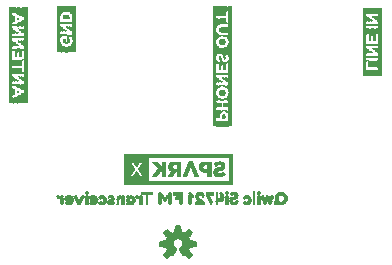
<source format=gbo>
G75*
%MOIN*%
%OFA0B0*%
%FSLAX25Y25*%
%IPPOS*%
%LPD*%
%AMOC8*
5,1,8,0,0,1.08239X$1,22.5*
%
%ADD10R,0.00787X0.00157*%
%ADD11R,0.00630X0.00157*%
%ADD12R,0.00945X0.00157*%
%ADD13R,0.01102X0.00157*%
%ADD14R,0.00315X0.00157*%
%ADD15R,0.02205X0.00157*%
%ADD16R,0.02520X0.00157*%
%ADD17R,0.00157X0.00157*%
%ADD18R,0.03465X0.00157*%
%ADD19R,0.01890X0.00157*%
%ADD20R,0.02992X0.00157*%
%ADD21R,0.01732X0.00157*%
%ADD22R,0.03150X0.00157*%
%ADD23R,0.04094X0.00157*%
%ADD24R,0.02047X0.00157*%
%ADD25R,0.03307X0.00157*%
%ADD26R,0.02835X0.00157*%
%ADD27R,0.02362X0.00157*%
%ADD28R,0.01260X0.00157*%
%ADD29R,0.02677X0.00157*%
%ADD30R,0.01417X0.00157*%
%ADD31R,0.00472X0.00157*%
%ADD32R,0.01575X0.00157*%
%ADD33R,0.03780X0.00157*%
%ADD34R,0.04567X0.00157*%
%ADD35R,0.03622X0.00157*%
%ADD36R,0.03937X0.00157*%
%ADD37C,0.00591*%
%ADD38R,0.00157X0.31969*%
%ADD39R,0.00157X0.03465*%
%ADD40R,0.00157X0.02205*%
%ADD41R,0.00157X0.01890*%
%ADD42R,0.00157X0.00472*%
%ADD43R,0.00157X0.01732*%
%ADD44R,0.00157X0.00630*%
%ADD45R,0.00157X0.03307*%
%ADD46R,0.00157X0.02047*%
%ADD47R,0.00157X0.01575*%
%ADD48R,0.00157X0.00315*%
%ADD49R,0.00157X0.01417*%
%ADD50R,0.00157X0.03150*%
%ADD51R,0.00157X0.01260*%
%ADD52R,0.00157X0.01102*%
%ADD53R,0.00157X0.02992*%
%ADD54R,0.00157X0.00945*%
%ADD55R,0.00157X0.02677*%
%ADD56R,0.00157X0.00787*%
%ADD57R,0.00157X0.02835*%
%ADD58R,0.00157X0.02520*%
%ADD59R,0.00157X0.02362*%
%ADD60R,0.00157X0.15276*%
%ADD61R,0.00157X0.11024*%
%ADD62R,0.00157X0.22520*%
%ADD63R,0.00157X0.04094*%
%ADD64R,0.00157X0.40157*%
%ADD65R,0.00157X0.10709*%
%ADD66R,0.00157X0.04567*%
%ADD67R,0.00157X0.11654*%
%ADD68R,0.00157X0.03937*%
%ADD69R,0.00157X0.03780*%
%ADD70R,0.00157X0.04409*%
%ADD71C,0.00039*%
D10*
X0131877Y0127795D03*
X0129672Y0127953D03*
X0129672Y0130787D03*
X0135341Y0127953D03*
X0137861Y0127953D03*
X0137861Y0130787D03*
X0137861Y0132205D03*
X0142428Y0129843D03*
X0142585Y0128898D03*
X0146837Y0128740D03*
X0148097Y0127953D03*
X0150144Y0127953D03*
X0151562Y0127953D03*
X0152822Y0127953D03*
X0152822Y0130787D03*
X0151562Y0130787D03*
X0150144Y0130787D03*
X0155971Y0130787D03*
X0155971Y0127953D03*
X0162270Y0127953D03*
X0165735Y0127953D03*
X0169357Y0127953D03*
X0172349Y0127953D03*
X0184633Y0127953D03*
X0184633Y0130787D03*
X0184633Y0132205D03*
X0187940Y0129055D03*
X0190774Y0128898D03*
X0190774Y0129843D03*
X0193766Y0130787D03*
X0195184Y0130787D03*
X0195184Y0132205D03*
X0199751Y0130787D03*
X0198963Y0128110D03*
X0195184Y0127953D03*
X0193766Y0127953D03*
D11*
X0197310Y0127953D03*
X0198885Y0127953D03*
X0200774Y0127953D03*
X0198097Y0130787D03*
X0196522Y0130787D03*
X0193688Y0132205D03*
X0181247Y0127953D03*
X0164081Y0129055D03*
X0158097Y0127953D03*
X0139987Y0127795D03*
X0136522Y0130787D03*
X0134160Y0130787D03*
X0131168Y0128740D03*
D12*
X0129751Y0128268D03*
X0129751Y0128110D03*
X0128491Y0130787D03*
X0134160Y0130630D03*
X0136522Y0130630D03*
X0137940Y0131417D03*
X0139199Y0129843D03*
X0139199Y0129685D03*
X0145341Y0128740D03*
X0146759Y0130000D03*
X0148176Y0129528D03*
X0148176Y0129370D03*
X0148176Y0129213D03*
X0148176Y0129055D03*
X0148176Y0128898D03*
X0148176Y0128740D03*
X0148176Y0128583D03*
X0148176Y0128425D03*
X0148176Y0128268D03*
X0148176Y0128110D03*
X0148963Y0130787D03*
X0154790Y0130787D03*
X0158097Y0130787D03*
X0158097Y0130630D03*
X0158097Y0130472D03*
X0158097Y0130315D03*
X0158097Y0130157D03*
X0158097Y0130000D03*
X0158097Y0129843D03*
X0158097Y0129685D03*
X0158097Y0129528D03*
X0158097Y0129370D03*
X0158097Y0129213D03*
X0158097Y0129055D03*
X0158097Y0128898D03*
X0158097Y0128740D03*
X0158097Y0128583D03*
X0158097Y0128425D03*
X0158097Y0128268D03*
X0158097Y0128110D03*
X0158097Y0130945D03*
X0158097Y0131102D03*
X0162349Y0131890D03*
X0164081Y0129213D03*
X0165814Y0128268D03*
X0165814Y0128110D03*
X0162349Y0128110D03*
X0165814Y0131890D03*
X0169436Y0128110D03*
X0172270Y0128110D03*
X0174633Y0130630D03*
X0175735Y0132047D03*
X0176680Y0130630D03*
X0176680Y0130472D03*
X0176680Y0130315D03*
X0176680Y0130157D03*
X0179357Y0128425D03*
X0179357Y0128268D03*
X0179357Y0128110D03*
X0179357Y0127953D03*
X0181247Y0128110D03*
X0181247Y0128268D03*
X0181247Y0128425D03*
X0181247Y0128583D03*
X0181247Y0128740D03*
X0181247Y0128898D03*
X0181247Y0130157D03*
X0181247Y0130315D03*
X0181247Y0130472D03*
X0181247Y0130630D03*
X0181247Y0130787D03*
X0181247Y0130945D03*
X0181247Y0131102D03*
X0181247Y0131260D03*
X0181247Y0131417D03*
X0181247Y0131575D03*
X0181247Y0131732D03*
X0181247Y0131890D03*
X0182822Y0131890D03*
X0182822Y0131732D03*
X0184554Y0131417D03*
X0186286Y0131102D03*
X0187861Y0130945D03*
X0193688Y0130630D03*
X0193688Y0130472D03*
X0193688Y0130315D03*
X0193688Y0130157D03*
X0193688Y0130000D03*
X0193688Y0129843D03*
X0193688Y0129685D03*
X0193688Y0129528D03*
X0193688Y0129370D03*
X0193688Y0129213D03*
X0193688Y0129055D03*
X0193688Y0128898D03*
X0193688Y0128740D03*
X0193688Y0128583D03*
X0193688Y0128425D03*
X0193688Y0128268D03*
X0193688Y0128110D03*
X0193688Y0131417D03*
X0193688Y0131575D03*
X0193688Y0131732D03*
X0193688Y0131890D03*
X0193688Y0132047D03*
X0195105Y0131417D03*
X0196522Y0130630D03*
X0198097Y0130630D03*
X0199829Y0130630D03*
X0202664Y0132047D03*
X0197310Y0128268D03*
X0197310Y0128110D03*
X0172270Y0131890D03*
D13*
X0172349Y0131732D03*
X0172349Y0130157D03*
X0172349Y0130000D03*
X0172349Y0129843D03*
X0172349Y0129685D03*
X0172349Y0129528D03*
X0172349Y0129370D03*
X0172349Y0129213D03*
X0172349Y0129055D03*
X0172349Y0128898D03*
X0172349Y0128740D03*
X0172349Y0128583D03*
X0172349Y0128425D03*
X0172349Y0128268D03*
X0169357Y0128268D03*
X0169357Y0128425D03*
X0169357Y0128583D03*
X0169357Y0128740D03*
X0169357Y0128898D03*
X0169357Y0129055D03*
X0169357Y0129213D03*
X0169357Y0129370D03*
X0169357Y0130630D03*
X0169357Y0130787D03*
X0169357Y0130945D03*
X0165735Y0131732D03*
X0165735Y0129843D03*
X0165735Y0129685D03*
X0165735Y0129528D03*
X0165735Y0129370D03*
X0165735Y0129213D03*
X0165735Y0129055D03*
X0165735Y0128898D03*
X0165735Y0128740D03*
X0165735Y0128583D03*
X0165735Y0128425D03*
X0162270Y0128425D03*
X0162270Y0128268D03*
X0162270Y0128583D03*
X0162270Y0128740D03*
X0162270Y0128898D03*
X0162270Y0129055D03*
X0162270Y0129213D03*
X0162270Y0129370D03*
X0162270Y0129528D03*
X0162270Y0129685D03*
X0162270Y0129843D03*
X0162270Y0130000D03*
X0162428Y0131732D03*
X0155971Y0129685D03*
X0155971Y0129528D03*
X0155971Y0129370D03*
X0155971Y0129213D03*
X0155971Y0129055D03*
X0155971Y0128898D03*
X0155971Y0128740D03*
X0155971Y0128583D03*
X0155971Y0128425D03*
X0155971Y0128268D03*
X0155971Y0128110D03*
X0153609Y0129213D03*
X0153609Y0129370D03*
X0153609Y0129528D03*
X0151562Y0129370D03*
X0150144Y0129370D03*
X0150144Y0129213D03*
X0150144Y0129055D03*
X0150144Y0128898D03*
X0150144Y0128740D03*
X0150144Y0128583D03*
X0150144Y0128425D03*
X0150144Y0128268D03*
X0150144Y0128110D03*
X0150144Y0129528D03*
X0150144Y0129685D03*
X0148255Y0129685D03*
X0146680Y0129843D03*
X0144003Y0129685D03*
X0144003Y0129528D03*
X0144003Y0129370D03*
X0144003Y0129213D03*
X0144003Y0129055D03*
X0141168Y0129685D03*
X0137861Y0129685D03*
X0137861Y0129528D03*
X0137861Y0129370D03*
X0137861Y0129213D03*
X0137861Y0129055D03*
X0137861Y0128898D03*
X0137861Y0128740D03*
X0137861Y0128583D03*
X0137861Y0128425D03*
X0137861Y0128268D03*
X0137861Y0128110D03*
X0137861Y0129843D03*
X0137861Y0130000D03*
X0137861Y0130157D03*
X0137861Y0130315D03*
X0137861Y0130472D03*
X0137861Y0130630D03*
X0137861Y0131575D03*
X0137861Y0131732D03*
X0137861Y0131890D03*
X0137861Y0132047D03*
X0136601Y0130472D03*
X0136444Y0130157D03*
X0136286Y0129843D03*
X0136129Y0129685D03*
X0135971Y0129370D03*
X0134711Y0129370D03*
X0134554Y0129685D03*
X0134239Y0130157D03*
X0134239Y0130315D03*
X0134081Y0130472D03*
X0132979Y0129685D03*
X0132979Y0128898D03*
X0131089Y0129685D03*
X0131089Y0129843D03*
X0129672Y0129685D03*
X0129672Y0129528D03*
X0129672Y0129370D03*
X0129672Y0129213D03*
X0129672Y0129055D03*
X0129672Y0128898D03*
X0129672Y0128740D03*
X0129672Y0128583D03*
X0129672Y0128425D03*
X0135341Y0128268D03*
X0135341Y0128110D03*
X0174711Y0130315D03*
X0174711Y0130472D03*
X0174711Y0130787D03*
X0174711Y0130945D03*
X0176601Y0130945D03*
X0176601Y0130787D03*
X0178176Y0130787D03*
X0178176Y0130945D03*
X0178333Y0130630D03*
X0178963Y0129528D03*
X0179121Y0129213D03*
X0179278Y0128898D03*
X0179278Y0128740D03*
X0179278Y0128583D03*
X0183058Y0130315D03*
X0183058Y0130472D03*
X0183058Y0130630D03*
X0183058Y0130787D03*
X0182900Y0130945D03*
X0182900Y0131102D03*
X0182900Y0131260D03*
X0182900Y0131417D03*
X0182743Y0131575D03*
X0183215Y0130157D03*
X0184633Y0130157D03*
X0184633Y0130000D03*
X0184633Y0129843D03*
X0184633Y0129685D03*
X0184633Y0129528D03*
X0184633Y0129370D03*
X0184633Y0129213D03*
X0184633Y0129055D03*
X0184633Y0128898D03*
X0184633Y0128740D03*
X0184633Y0128583D03*
X0184633Y0128425D03*
X0184633Y0128268D03*
X0184633Y0128110D03*
X0185892Y0129055D03*
X0185892Y0129213D03*
X0186050Y0128898D03*
X0184633Y0130315D03*
X0184633Y0130472D03*
X0184633Y0130630D03*
X0184633Y0131575D03*
X0184633Y0131732D03*
X0184633Y0131890D03*
X0184633Y0132047D03*
X0186995Y0132047D03*
X0187782Y0131102D03*
X0187940Y0130787D03*
X0187782Y0130630D03*
X0192349Y0129528D03*
X0192349Y0129370D03*
X0192349Y0129213D03*
X0195184Y0129213D03*
X0195184Y0129370D03*
X0195184Y0129528D03*
X0195184Y0129685D03*
X0195184Y0129843D03*
X0195184Y0130000D03*
X0195184Y0130157D03*
X0195184Y0130315D03*
X0195184Y0130472D03*
X0195184Y0130630D03*
X0195184Y0131575D03*
X0195184Y0131732D03*
X0195184Y0131890D03*
X0195184Y0132047D03*
X0196444Y0130472D03*
X0196601Y0130157D03*
X0196601Y0130000D03*
X0198176Y0130315D03*
X0198176Y0130472D03*
X0199593Y0130000D03*
X0199593Y0129843D03*
X0199751Y0130157D03*
X0199751Y0130315D03*
X0199751Y0130472D03*
X0201168Y0130472D03*
X0201168Y0130315D03*
X0201168Y0130157D03*
X0201168Y0130000D03*
X0201168Y0129843D03*
X0201168Y0129685D03*
X0201168Y0129528D03*
X0201168Y0129370D03*
X0201325Y0129213D03*
X0200853Y0128110D03*
X0198963Y0128268D03*
X0198963Y0128425D03*
X0195184Y0128425D03*
X0195184Y0128268D03*
X0195184Y0128110D03*
X0195184Y0128583D03*
X0195184Y0128740D03*
X0195184Y0128898D03*
X0195184Y0129055D03*
X0204160Y0129370D03*
X0204160Y0129528D03*
X0204160Y0129685D03*
X0204160Y0129843D03*
X0204160Y0130000D03*
X0204160Y0130157D03*
X0204160Y0130315D03*
X0204160Y0130472D03*
D14*
X0193688Y0131260D03*
X0190696Y0129685D03*
X0190696Y0129055D03*
X0186916Y0127795D03*
X0182979Y0132047D03*
X0181247Y0132047D03*
X0172270Y0132047D03*
X0154633Y0129843D03*
X0146916Y0128898D03*
X0145341Y0130000D03*
X0142507Y0129685D03*
X0142507Y0129055D03*
X0140144Y0130945D03*
X0131955Y0130945D03*
D15*
X0131955Y0128110D03*
X0129121Y0130000D03*
X0129121Y0130157D03*
X0129121Y0130315D03*
X0129121Y0130630D03*
X0139987Y0128110D03*
X0142979Y0130472D03*
X0145971Y0130472D03*
X0146129Y0130315D03*
X0146129Y0130157D03*
X0146129Y0128110D03*
X0155420Y0130000D03*
X0162822Y0130315D03*
X0162822Y0130472D03*
X0165184Y0130315D03*
X0168806Y0130472D03*
X0178885Y0132047D03*
X0186916Y0131732D03*
X0191325Y0130472D03*
X0191325Y0128268D03*
X0202664Y0128110D03*
X0202664Y0131732D03*
D16*
X0191483Y0130000D03*
X0191483Y0128740D03*
X0186916Y0131575D03*
X0168648Y0130315D03*
X0168648Y0129528D03*
X0168333Y0132047D03*
X0149436Y0130630D03*
X0146129Y0128425D03*
X0146129Y0128268D03*
X0143136Y0128583D03*
X0143136Y0130157D03*
X0140144Y0130315D03*
X0140144Y0128425D03*
X0132270Y0129055D03*
X0132113Y0128583D03*
X0131955Y0128268D03*
D17*
X0128412Y0129843D03*
X0146050Y0130945D03*
X0146207Y0127795D03*
X0162270Y0132047D03*
X0165735Y0132047D03*
X0173294Y0130157D03*
X0115491Y0165748D03*
X0115333Y0169213D03*
X0115176Y0170630D03*
X0115333Y0181024D03*
X0115333Y0185118D03*
X0115176Y0186535D03*
X0131176Y0187315D03*
X0131333Y0185898D03*
X0183176Y0170346D03*
X0183333Y0168929D03*
X0233333Y0178685D03*
X0233176Y0180102D03*
X0233333Y0189236D03*
D18*
X0202664Y0131260D03*
X0202664Y0131102D03*
X0198097Y0129370D03*
X0198097Y0129213D03*
X0158097Y0132047D03*
D19*
X0162664Y0130787D03*
X0164081Y0129843D03*
X0165341Y0130630D03*
X0172743Y0130472D03*
X0172743Y0130945D03*
X0175577Y0129370D03*
X0186916Y0131890D03*
X0191325Y0130630D03*
X0202664Y0131890D03*
X0146286Y0129685D03*
X0139987Y0127953D03*
D20*
X0140223Y0129370D03*
X0140223Y0129528D03*
X0132192Y0129370D03*
X0132034Y0129528D03*
X0132034Y0130000D03*
X0149199Y0130000D03*
X0149199Y0129843D03*
X0152507Y0129843D03*
X0152507Y0130000D03*
X0152507Y0130157D03*
X0152507Y0128898D03*
X0152507Y0128740D03*
X0152507Y0128583D03*
X0175499Y0127953D03*
X0175656Y0131102D03*
X0178963Y0131260D03*
X0178963Y0131417D03*
X0178963Y0131575D03*
X0178963Y0131732D03*
X0178963Y0131890D03*
X0182270Y0130000D03*
X0182270Y0129843D03*
X0182270Y0129685D03*
X0182270Y0129528D03*
X0182270Y0129370D03*
X0182270Y0129213D03*
X0186995Y0128740D03*
X0186995Y0128583D03*
D21*
X0191247Y0128110D03*
X0201483Y0128898D03*
X0175971Y0129055D03*
X0175814Y0129213D03*
X0175341Y0129528D03*
X0175184Y0129685D03*
X0175656Y0131890D03*
X0172664Y0131102D03*
X0172664Y0130315D03*
X0165420Y0130787D03*
X0165420Y0130945D03*
X0162585Y0130945D03*
X0162585Y0131102D03*
X0145735Y0129055D03*
X0143058Y0128110D03*
X0143058Y0130630D03*
X0135341Y0128898D03*
X0135341Y0128740D03*
X0131877Y0127953D03*
D22*
X0168333Y0131102D03*
X0168333Y0131890D03*
X0175577Y0128740D03*
X0175577Y0128583D03*
X0175577Y0128425D03*
X0175577Y0128268D03*
X0175577Y0128110D03*
X0202664Y0131417D03*
D23*
X0158097Y0131417D03*
X0158097Y0131575D03*
X0158097Y0131732D03*
X0158097Y0131890D03*
D24*
X0162743Y0130630D03*
X0165262Y0130472D03*
X0172822Y0130630D03*
X0172822Y0130787D03*
X0175656Y0131732D03*
X0186522Y0129685D03*
X0187310Y0130315D03*
X0186995Y0128110D03*
X0146207Y0129528D03*
X0146050Y0129370D03*
X0145892Y0129213D03*
X0146050Y0130630D03*
X0143058Y0128268D03*
X0140066Y0130630D03*
X0135341Y0129055D03*
X0132034Y0130630D03*
D25*
X0164633Y0130000D03*
X0168255Y0131260D03*
X0168255Y0131417D03*
X0168255Y0131575D03*
X0168255Y0131732D03*
X0198176Y0129055D03*
D26*
X0202664Y0131575D03*
X0178885Y0131102D03*
X0152428Y0130315D03*
X0152428Y0128425D03*
X0149278Y0130157D03*
X0149278Y0130315D03*
X0140302Y0129213D03*
X0140144Y0130000D03*
X0140144Y0130157D03*
X0132113Y0129213D03*
D27*
X0132034Y0130472D03*
X0129042Y0130472D03*
X0135341Y0129213D03*
X0140066Y0128268D03*
X0140066Y0130472D03*
X0143058Y0130315D03*
X0143215Y0130000D03*
X0143215Y0128740D03*
X0143058Y0128425D03*
X0146050Y0128583D03*
X0152349Y0128110D03*
X0152349Y0130630D03*
X0155341Y0130630D03*
X0155341Y0130472D03*
X0155341Y0130315D03*
X0155341Y0130157D03*
X0175656Y0131575D03*
X0186680Y0129843D03*
X0186837Y0130000D03*
X0186995Y0130157D03*
X0186995Y0128268D03*
X0191404Y0128425D03*
X0191404Y0128583D03*
X0191404Y0130157D03*
X0191404Y0130315D03*
D28*
X0191325Y0130787D03*
X0192113Y0129843D03*
X0192270Y0129685D03*
X0192270Y0129055D03*
X0192113Y0128898D03*
X0191325Y0127953D03*
X0187861Y0128898D03*
X0185971Y0129370D03*
X0179199Y0129055D03*
X0179042Y0129370D03*
X0178885Y0129685D03*
X0178727Y0129843D03*
X0178727Y0130000D03*
X0178570Y0130157D03*
X0178570Y0130315D03*
X0178412Y0130472D03*
X0174790Y0130157D03*
X0172428Y0131575D03*
X0165656Y0131575D03*
X0165656Y0131417D03*
X0164081Y0129370D03*
X0162349Y0131575D03*
X0155892Y0129843D03*
X0153530Y0129685D03*
X0153530Y0129055D03*
X0151640Y0129055D03*
X0151640Y0129213D03*
X0151640Y0129528D03*
X0151640Y0129685D03*
X0145499Y0128898D03*
X0142979Y0127953D03*
X0141089Y0128898D03*
X0140932Y0128740D03*
X0141089Y0129843D03*
X0142979Y0130787D03*
X0136522Y0130315D03*
X0136365Y0130000D03*
X0136050Y0129528D03*
X0134633Y0129528D03*
X0134475Y0129843D03*
X0134318Y0130000D03*
X0132900Y0129843D03*
X0129593Y0129843D03*
X0196522Y0130315D03*
X0198097Y0130157D03*
X0197310Y0128740D03*
X0197310Y0128583D03*
X0197310Y0128425D03*
X0198885Y0128583D03*
X0201404Y0129055D03*
X0201247Y0130630D03*
X0201404Y0130787D03*
X0203924Y0130787D03*
X0204081Y0130630D03*
X0204081Y0129213D03*
X0203924Y0129055D03*
D29*
X0197546Y0129843D03*
X0186995Y0131260D03*
X0186995Y0131417D03*
X0186995Y0128425D03*
X0182113Y0129055D03*
X0175656Y0128898D03*
X0175656Y0131260D03*
X0175656Y0131417D03*
X0168570Y0130157D03*
X0168570Y0130000D03*
X0168570Y0129843D03*
X0168570Y0129685D03*
X0152349Y0130472D03*
X0152349Y0128268D03*
X0149357Y0130472D03*
X0140381Y0129055D03*
X0140223Y0128583D03*
X0132034Y0128425D03*
X0132034Y0130157D03*
X0132034Y0130315D03*
D30*
X0132822Y0128740D03*
X0135341Y0128583D03*
X0135341Y0128425D03*
X0140066Y0130787D03*
X0143845Y0129843D03*
X0143845Y0128898D03*
X0162428Y0131417D03*
X0164003Y0129528D03*
X0165577Y0131260D03*
X0172507Y0131417D03*
X0174869Y0130000D03*
X0175026Y0129843D03*
X0186995Y0127953D03*
X0187625Y0130472D03*
X0198176Y0130000D03*
X0198963Y0128898D03*
X0198963Y0128740D03*
X0201483Y0130945D03*
X0203845Y0130945D03*
D31*
X0202585Y0127795D03*
X0195184Y0131260D03*
X0187940Y0129213D03*
X0186207Y0130945D03*
X0184633Y0131260D03*
X0139278Y0128740D03*
X0137861Y0131260D03*
D32*
X0131955Y0130787D03*
X0145971Y0130787D03*
X0146129Y0127953D03*
X0162507Y0131260D03*
X0164081Y0129685D03*
X0165499Y0131102D03*
X0172585Y0131260D03*
X0186286Y0129528D03*
X0197310Y0128898D03*
X0202664Y0127953D03*
X0203766Y0128898D03*
D33*
X0202192Y0128425D03*
X0198097Y0129685D03*
X0158097Y0131260D03*
D34*
X0164003Y0130157D03*
D35*
X0198176Y0129528D03*
X0202113Y0128268D03*
D36*
X0202270Y0128583D03*
X0202428Y0128740D03*
D37*
X0164890Y0112848D02*
X0163680Y0111364D01*
X0164698Y0110346D01*
X0166182Y0111557D01*
X0166779Y0111249D01*
X0167627Y0113295D01*
X0167242Y0113512D01*
X0166920Y0113814D01*
X0166678Y0114184D01*
X0166532Y0114600D01*
X0166489Y0115040D01*
X0166551Y0115477D01*
X0166716Y0115887D01*
X0166973Y0116246D01*
X0167308Y0116534D01*
X0167702Y0116734D01*
X0168133Y0116834D01*
X0168574Y0116829D01*
X0169002Y0116720D01*
X0169392Y0116511D01*
X0169721Y0116217D01*
X0169970Y0115852D01*
X0170126Y0115439D01*
X0170179Y0115000D01*
X0170128Y0114569D01*
X0169978Y0114162D01*
X0169737Y0113801D01*
X0169418Y0113507D01*
X0169040Y0113295D01*
X0169887Y0111249D01*
X0170485Y0111557D01*
X0171969Y0110346D01*
X0172987Y0111364D01*
X0171777Y0112848D01*
X0172085Y0113446D01*
X0172290Y0114087D01*
X0174195Y0114280D01*
X0174195Y0115720D01*
X0172290Y0115913D01*
X0172085Y0116554D01*
X0171777Y0117152D01*
X0172987Y0118636D01*
X0171969Y0119654D01*
X0170485Y0118443D01*
X0169887Y0118751D01*
X0169247Y0118956D01*
X0169053Y0120861D01*
X0167614Y0120861D01*
X0167420Y0118956D01*
X0166780Y0118751D01*
X0166182Y0118443D01*
X0164698Y0119654D01*
X0163680Y0118636D01*
X0164890Y0117152D01*
X0164582Y0116554D01*
X0164377Y0115913D01*
X0162472Y0115720D01*
X0162472Y0114280D01*
X0164377Y0114087D01*
X0164582Y0113446D01*
X0164890Y0112848D01*
X0164804Y0113016D02*
X0167511Y0113016D01*
X0167267Y0112427D02*
X0164546Y0112427D01*
X0164066Y0111837D02*
X0167023Y0111837D01*
X0165804Y0111248D02*
X0163796Y0111248D01*
X0164385Y0110659D02*
X0165081Y0110659D01*
X0169399Y0112427D02*
X0172121Y0112427D01*
X0171863Y0113016D02*
X0169155Y0113016D01*
X0169524Y0113605D02*
X0172135Y0113605D01*
X0173343Y0114194D02*
X0169990Y0114194D01*
X0170153Y0114783D02*
X0174195Y0114783D01*
X0174195Y0115372D02*
X0170134Y0115372D01*
X0169896Y0115961D02*
X0172274Y0115961D01*
X0172086Y0116550D02*
X0169320Y0116550D01*
X0167340Y0116550D02*
X0164581Y0116550D01*
X0164392Y0115961D02*
X0166769Y0115961D01*
X0166536Y0115372D02*
X0162472Y0115372D01*
X0162472Y0114783D02*
X0166514Y0114783D01*
X0166675Y0114194D02*
X0163323Y0114194D01*
X0164531Y0113605D02*
X0167143Y0113605D01*
X0169643Y0111837D02*
X0172601Y0111837D01*
X0172871Y0111248D02*
X0170863Y0111248D01*
X0171585Y0110659D02*
X0172282Y0110659D01*
X0171783Y0117139D02*
X0164884Y0117139D01*
X0164420Y0117728D02*
X0172247Y0117728D01*
X0172727Y0118317D02*
X0163940Y0118317D01*
X0163950Y0118906D02*
X0165614Y0118906D01*
X0164892Y0119495D02*
X0164539Y0119495D01*
X0167264Y0118906D02*
X0169403Y0118906D01*
X0169192Y0119495D02*
X0167475Y0119495D01*
X0167535Y0120084D02*
X0169132Y0120084D01*
X0169072Y0120673D02*
X0167595Y0120673D01*
X0171053Y0118906D02*
X0172716Y0118906D01*
X0172127Y0119495D02*
X0171775Y0119495D01*
D38*
X0118483Y0177874D03*
X0118325Y0177874D03*
X0118168Y0177874D03*
X0118010Y0177874D03*
X0117853Y0177874D03*
X0117696Y0177874D03*
X0117538Y0177874D03*
X0117381Y0177874D03*
X0113129Y0177874D03*
X0112971Y0177874D03*
X0112814Y0177874D03*
X0112656Y0177874D03*
X0112499Y0177874D03*
X0112341Y0177874D03*
X0112184Y0177874D03*
D39*
X0117223Y0163622D03*
X0117223Y0192126D03*
X0185223Y0179559D03*
D40*
X0183491Y0179087D03*
X0182073Y0179402D03*
X0183176Y0182236D03*
X0183333Y0182236D03*
X0182073Y0189008D03*
X0181916Y0189008D03*
X0183176Y0165386D03*
X0183333Y0165386D03*
X0232073Y0174984D03*
X0232231Y0174984D03*
X0232388Y0174984D03*
X0232546Y0174984D03*
X0232703Y0174984D03*
X0232861Y0174984D03*
X0233018Y0174984D03*
X0233176Y0174984D03*
X0233333Y0174984D03*
X0233491Y0174984D03*
X0233648Y0174984D03*
X0233806Y0174984D03*
X0233963Y0174984D03*
X0234121Y0174984D03*
X0234278Y0174984D03*
X0234436Y0174984D03*
X0234593Y0174984D03*
X0234751Y0174984D03*
X0234908Y0174984D03*
X0132751Y0179992D03*
X0132593Y0179992D03*
X0129916Y0179992D03*
X0117223Y0188661D03*
X0113444Y0190079D03*
X0114546Y0192756D03*
X0114703Y0192756D03*
X0129916Y0193063D03*
X0132593Y0193063D03*
X0113286Y0175433D03*
X0113286Y0172598D03*
X0117223Y0167087D03*
X0113444Y0165669D03*
X0114546Y0162992D03*
X0114703Y0162992D03*
D41*
X0114073Y0162835D03*
X0113916Y0162835D03*
X0113444Y0162835D03*
X0113759Y0165669D03*
X0116751Y0167244D03*
X0116908Y0167244D03*
X0117223Y0169921D03*
X0116436Y0172598D03*
X0116278Y0172598D03*
X0116121Y0172598D03*
X0115963Y0172598D03*
X0115806Y0172598D03*
X0115648Y0172598D03*
X0115491Y0172598D03*
X0115333Y0172598D03*
X0115176Y0172598D03*
X0115018Y0172598D03*
X0114861Y0172598D03*
X0114703Y0172598D03*
X0114546Y0172598D03*
X0114388Y0172598D03*
X0114231Y0172598D03*
X0114073Y0172598D03*
X0113916Y0172598D03*
X0113759Y0172598D03*
X0113601Y0172598D03*
X0113444Y0172598D03*
X0113286Y0169921D03*
X0113444Y0175433D03*
X0113601Y0175433D03*
X0113759Y0175433D03*
X0113916Y0175433D03*
X0114073Y0175433D03*
X0114231Y0175433D03*
X0114388Y0175433D03*
X0114546Y0175433D03*
X0114703Y0175433D03*
X0114861Y0175433D03*
X0115018Y0175433D03*
X0115176Y0175433D03*
X0115333Y0175433D03*
X0115491Y0175433D03*
X0115648Y0175433D03*
X0115806Y0175433D03*
X0115963Y0175433D03*
X0116121Y0175433D03*
X0116278Y0175433D03*
X0116436Y0175433D03*
X0113286Y0181732D03*
X0113286Y0185827D03*
X0117223Y0185827D03*
X0116908Y0188504D03*
X0116751Y0188504D03*
X0113759Y0190079D03*
X0113916Y0192913D03*
X0114073Y0192913D03*
X0130388Y0193220D03*
X0130546Y0193220D03*
X0132121Y0193220D03*
X0132278Y0193220D03*
X0133223Y0186606D03*
X0129286Y0186606D03*
X0130388Y0179835D03*
X0130546Y0179835D03*
X0130703Y0179835D03*
X0131963Y0179835D03*
X0132121Y0179835D03*
X0132278Y0179835D03*
X0182231Y0179402D03*
X0182388Y0179402D03*
X0182546Y0179402D03*
X0183018Y0179244D03*
X0183176Y0179244D03*
X0183018Y0175465D03*
X0181286Y0169638D03*
X0185223Y0169638D03*
X0183806Y0165386D03*
X0182703Y0165386D03*
X0182703Y0154992D03*
X0182546Y0154992D03*
X0182388Y0154992D03*
X0182231Y0154992D03*
X0182073Y0154992D03*
X0181916Y0154992D03*
X0181759Y0154992D03*
X0181601Y0154992D03*
X0181444Y0154992D03*
X0182861Y0154992D03*
X0183018Y0154992D03*
X0183176Y0154992D03*
X0183333Y0154992D03*
X0183491Y0154992D03*
X0183648Y0154992D03*
X0183806Y0154992D03*
X0183963Y0154992D03*
X0184121Y0154992D03*
X0184278Y0154992D03*
X0184436Y0154992D03*
X0184593Y0154992D03*
X0184751Y0154992D03*
X0184908Y0154992D03*
X0185066Y0154992D03*
X0185223Y0154992D03*
X0183806Y0182236D03*
X0182703Y0182236D03*
X0182703Y0189165D03*
X0182546Y0189165D03*
X0182861Y0189165D03*
X0183018Y0189165D03*
X0183176Y0189165D03*
X0183333Y0189165D03*
X0183491Y0189165D03*
X0183648Y0189165D03*
X0183806Y0189165D03*
X0183963Y0189165D03*
X0184121Y0189165D03*
X0184278Y0189165D03*
X0184436Y0189165D03*
X0231286Y0189945D03*
X0231286Y0192622D03*
X0235223Y0192622D03*
X0235223Y0185850D03*
X0235066Y0185850D03*
X0234908Y0185850D03*
X0234751Y0185850D03*
X0234593Y0185850D03*
X0232073Y0185850D03*
X0231916Y0185850D03*
X0231759Y0185850D03*
X0231601Y0185850D03*
X0231444Y0185850D03*
X0231286Y0179394D03*
X0235223Y0179394D03*
X0235223Y0171992D03*
X0231444Y0171992D03*
X0231286Y0171992D03*
D42*
X0231444Y0176008D03*
X0231601Y0177425D03*
X0231759Y0177425D03*
X0231916Y0177425D03*
X0232073Y0177425D03*
X0232231Y0177425D03*
X0232388Y0177425D03*
X0232546Y0177425D03*
X0232703Y0177425D03*
X0232861Y0177425D03*
X0233018Y0177425D03*
X0233176Y0177425D03*
X0233333Y0177425D03*
X0233491Y0177425D03*
X0233648Y0177425D03*
X0233806Y0177425D03*
X0233963Y0177425D03*
X0234121Y0177425D03*
X0234278Y0177425D03*
X0234436Y0177425D03*
X0234593Y0177425D03*
X0234751Y0177425D03*
X0234908Y0177425D03*
X0233018Y0178843D03*
X0232861Y0178843D03*
X0233648Y0179945D03*
X0233648Y0187976D03*
X0233491Y0187976D03*
X0233333Y0187976D03*
X0233176Y0187976D03*
X0233018Y0187976D03*
X0232861Y0187976D03*
X0232703Y0187976D03*
X0232546Y0187976D03*
X0232388Y0187976D03*
X0232231Y0187976D03*
X0232073Y0187976D03*
X0231916Y0187976D03*
X0231759Y0187976D03*
X0231601Y0187976D03*
X0231444Y0187976D03*
X0233018Y0189394D03*
X0233491Y0190654D03*
X0233806Y0187976D03*
X0233963Y0187976D03*
X0234121Y0187976D03*
X0234278Y0187976D03*
X0234436Y0187976D03*
X0234593Y0187976D03*
X0234751Y0187976D03*
X0234908Y0187976D03*
X0235066Y0187976D03*
X0185223Y0188457D03*
X0184751Y0188457D03*
X0184593Y0188457D03*
X0184121Y0184362D03*
X0183963Y0184362D03*
X0183806Y0184362D03*
X0182703Y0184362D03*
X0181759Y0175386D03*
X0182073Y0175228D03*
X0184436Y0175228D03*
X0184593Y0175386D03*
X0184751Y0175386D03*
X0184751Y0171606D03*
X0184908Y0171606D03*
X0185066Y0171606D03*
X0184593Y0171606D03*
X0184436Y0171606D03*
X0184278Y0171606D03*
X0184121Y0171606D03*
X0183963Y0171606D03*
X0183806Y0171606D03*
X0183648Y0171606D03*
X0183491Y0171606D03*
X0183333Y0171606D03*
X0183176Y0171606D03*
X0183018Y0171606D03*
X0182861Y0171606D03*
X0182703Y0171606D03*
X0182546Y0171606D03*
X0182388Y0171606D03*
X0182231Y0171606D03*
X0182073Y0171606D03*
X0181916Y0171606D03*
X0181759Y0171606D03*
X0181601Y0171606D03*
X0183491Y0170189D03*
X0183648Y0170189D03*
X0182861Y0169087D03*
X0182703Y0167512D03*
X0182546Y0167512D03*
X0182388Y0167512D03*
X0183806Y0167512D03*
X0183963Y0167512D03*
X0184121Y0167512D03*
X0183806Y0163102D03*
X0183648Y0163102D03*
X0183491Y0163102D03*
X0183333Y0163102D03*
X0183176Y0163102D03*
X0183018Y0163102D03*
X0182861Y0163102D03*
X0182703Y0163102D03*
X0183176Y0159165D03*
X0183333Y0159165D03*
X0184278Y0159165D03*
X0184436Y0159165D03*
X0184593Y0159165D03*
X0133066Y0188575D03*
X0132908Y0188575D03*
X0132751Y0188575D03*
X0132593Y0188575D03*
X0132436Y0188575D03*
X0132278Y0188575D03*
X0132121Y0188575D03*
X0131963Y0188575D03*
X0131806Y0188575D03*
X0131648Y0188575D03*
X0131491Y0188575D03*
X0131333Y0188575D03*
X0131176Y0188575D03*
X0131018Y0188575D03*
X0130861Y0188575D03*
X0130703Y0188575D03*
X0130546Y0188575D03*
X0130388Y0188575D03*
X0130231Y0188575D03*
X0130073Y0188575D03*
X0129916Y0188575D03*
X0129759Y0188575D03*
X0129601Y0188575D03*
X0131491Y0187157D03*
X0131648Y0187157D03*
X0130861Y0186055D03*
X0130861Y0184480D03*
X0131018Y0184480D03*
X0131176Y0184480D03*
X0131333Y0184480D03*
X0131491Y0184480D03*
X0130703Y0184480D03*
X0130546Y0184480D03*
X0130388Y0184480D03*
X0130231Y0184480D03*
X0130073Y0184480D03*
X0129916Y0184480D03*
X0129759Y0184480D03*
X0117066Y0183858D03*
X0116908Y0183858D03*
X0116751Y0183858D03*
X0116593Y0183858D03*
X0116436Y0183858D03*
X0116278Y0183858D03*
X0116121Y0183858D03*
X0115963Y0183858D03*
X0115806Y0183858D03*
X0115648Y0183858D03*
X0115491Y0183858D03*
X0115333Y0183858D03*
X0115176Y0183858D03*
X0115018Y0183858D03*
X0114861Y0183858D03*
X0114703Y0183858D03*
X0114546Y0183858D03*
X0114388Y0183858D03*
X0114231Y0183858D03*
X0114073Y0183858D03*
X0113916Y0183858D03*
X0113759Y0183858D03*
X0113601Y0183858D03*
X0113444Y0183858D03*
X0114861Y0185276D03*
X0115018Y0185276D03*
X0115648Y0186378D03*
X0113916Y0187795D03*
X0113759Y0187795D03*
X0113601Y0187795D03*
X0113444Y0187795D03*
X0115176Y0190000D03*
X0115491Y0182441D03*
X0115018Y0181181D03*
X0114073Y0179764D03*
X0113916Y0179764D03*
X0113759Y0179764D03*
X0113601Y0179764D03*
X0113444Y0179764D03*
X0116593Y0179764D03*
X0116751Y0179764D03*
X0116908Y0179764D03*
X0117066Y0179764D03*
X0117223Y0179764D03*
X0117223Y0176142D03*
X0116593Y0176142D03*
X0116751Y0171890D03*
X0116908Y0171890D03*
X0117066Y0171890D03*
X0117223Y0171890D03*
X0115648Y0170472D03*
X0115018Y0169370D03*
X0114861Y0169370D03*
X0113916Y0167953D03*
X0113759Y0167953D03*
X0113601Y0167953D03*
X0113444Y0167953D03*
X0115176Y0165748D03*
D43*
X0113916Y0165748D03*
X0116436Y0167323D03*
X0116593Y0167323D03*
X0113759Y0162756D03*
X0113601Y0162756D03*
X0130861Y0179756D03*
X0131018Y0179756D03*
X0131176Y0179756D03*
X0131333Y0179756D03*
X0131491Y0179756D03*
X0131648Y0179756D03*
X0131806Y0179756D03*
X0129444Y0186528D03*
X0130703Y0193299D03*
X0130861Y0193299D03*
X0131018Y0193299D03*
X0131176Y0193299D03*
X0131333Y0193299D03*
X0131491Y0193299D03*
X0131648Y0193299D03*
X0131806Y0193299D03*
X0131963Y0193299D03*
X0116593Y0188425D03*
X0116436Y0188425D03*
X0116278Y0188425D03*
X0113916Y0190000D03*
X0113759Y0192992D03*
X0113601Y0192992D03*
X0113444Y0192992D03*
X0117066Y0181811D03*
X0117223Y0181811D03*
X0181601Y0184362D03*
X0182861Y0186409D03*
X0183018Y0186409D03*
X0183176Y0186409D03*
X0183333Y0186409D03*
X0183491Y0186409D03*
X0183648Y0186409D03*
X0183806Y0186409D03*
X0183963Y0186409D03*
X0184121Y0186409D03*
X0184278Y0186409D03*
X0184436Y0186409D03*
X0184593Y0186409D03*
X0184751Y0186409D03*
X0184908Y0186409D03*
X0185066Y0186409D03*
X0185223Y0186409D03*
X0183963Y0182157D03*
X0182861Y0179323D03*
X0182703Y0179323D03*
X0181444Y0169559D03*
X0181286Y0167039D03*
X0183963Y0165307D03*
X0185223Y0167039D03*
X0181286Y0163732D03*
X0181286Y0161213D03*
X0185223Y0161213D03*
X0231601Y0171913D03*
X0231759Y0171913D03*
X0231916Y0171913D03*
X0232073Y0171913D03*
X0232231Y0171913D03*
X0232388Y0171913D03*
X0232546Y0171913D03*
X0232703Y0171913D03*
X0232861Y0171913D03*
X0233018Y0171913D03*
X0233176Y0171913D03*
X0233333Y0171913D03*
X0233491Y0171913D03*
X0233648Y0171913D03*
X0233806Y0171913D03*
X0233963Y0171913D03*
X0234121Y0171913D03*
X0234278Y0171913D03*
X0234436Y0171913D03*
X0234593Y0171913D03*
X0234751Y0171913D03*
X0234908Y0171913D03*
X0235066Y0171913D03*
X0235066Y0190024D03*
X0235223Y0190024D03*
X0235066Y0192701D03*
X0234908Y0192701D03*
X0234751Y0192701D03*
X0234593Y0192701D03*
X0234436Y0192701D03*
X0234278Y0192701D03*
X0234121Y0192701D03*
X0233963Y0192701D03*
X0233806Y0192701D03*
X0233648Y0192701D03*
X0233491Y0192701D03*
X0233333Y0192701D03*
X0233176Y0192701D03*
X0233018Y0192701D03*
X0232861Y0192701D03*
X0232703Y0192701D03*
X0232546Y0192701D03*
X0232388Y0192701D03*
X0232231Y0192701D03*
X0232073Y0192701D03*
X0231916Y0192701D03*
X0231759Y0192701D03*
X0231601Y0192701D03*
X0231444Y0192701D03*
X0185223Y0193339D03*
X0184751Y0193339D03*
X0184593Y0193339D03*
D44*
X0184436Y0184283D03*
X0184278Y0184283D03*
X0182546Y0184441D03*
X0182388Y0184441D03*
X0184436Y0176882D03*
X0184908Y0175465D03*
X0181601Y0175465D03*
X0181444Y0171685D03*
X0183806Y0170110D03*
X0182703Y0169165D03*
X0182231Y0167433D03*
X0182073Y0167433D03*
X0184278Y0167433D03*
X0184436Y0167433D03*
X0184278Y0163181D03*
X0184121Y0163181D03*
X0183963Y0163181D03*
X0182546Y0163181D03*
X0182388Y0163181D03*
X0182231Y0163181D03*
X0183018Y0159087D03*
X0184751Y0159087D03*
X0185223Y0171685D03*
X0231286Y0175929D03*
X0231286Y0177346D03*
X0231444Y0177346D03*
X0232703Y0178921D03*
X0233806Y0179866D03*
X0233806Y0181441D03*
X0233963Y0181441D03*
X0234121Y0181441D03*
X0234278Y0181441D03*
X0234436Y0181441D03*
X0234593Y0181441D03*
X0234751Y0181441D03*
X0234908Y0181441D03*
X0235066Y0181441D03*
X0235223Y0181441D03*
X0233648Y0181441D03*
X0233491Y0181441D03*
X0233333Y0181441D03*
X0233176Y0181441D03*
X0233018Y0181441D03*
X0232861Y0181441D03*
X0232703Y0181441D03*
X0232546Y0181441D03*
X0232388Y0181441D03*
X0232231Y0181441D03*
X0232073Y0181441D03*
X0231916Y0181441D03*
X0231759Y0181441D03*
X0231601Y0181441D03*
X0231444Y0181441D03*
X0235066Y0177346D03*
X0235223Y0177346D03*
X0235223Y0187898D03*
X0232861Y0189472D03*
X0232703Y0189472D03*
X0233648Y0190575D03*
X0133223Y0188654D03*
X0131806Y0187079D03*
X0130703Y0186134D03*
X0131648Y0184402D03*
X0132436Y0184402D03*
X0132593Y0184402D03*
X0132751Y0184402D03*
X0132908Y0184402D03*
X0129601Y0184402D03*
X0129444Y0188654D03*
X0130231Y0190228D03*
X0117223Y0183780D03*
X0115648Y0182362D03*
X0114861Y0181260D03*
X0114703Y0181260D03*
X0116436Y0179685D03*
X0113286Y0183780D03*
X0114703Y0185354D03*
X0115806Y0186299D03*
X0114231Y0187874D03*
X0114073Y0187874D03*
X0115018Y0190079D03*
X0116593Y0171969D03*
X0115806Y0170394D03*
X0114703Y0169449D03*
X0114231Y0167874D03*
X0114073Y0167874D03*
X0113286Y0167874D03*
X0115018Y0165669D03*
D45*
X0116908Y0163543D03*
X0117066Y0163543D03*
X0133381Y0180543D03*
X0129286Y0192512D03*
X0117066Y0192205D03*
X0116908Y0192205D03*
X0181286Y0192551D03*
X0181444Y0179480D03*
X0183806Y0178535D03*
D46*
X0183333Y0179165D03*
X0183491Y0182157D03*
X0183648Y0182157D03*
X0183018Y0182157D03*
X0182861Y0182157D03*
X0181444Y0184362D03*
X0182231Y0189087D03*
X0182388Y0189087D03*
X0182861Y0165307D03*
X0183018Y0165307D03*
X0183491Y0165307D03*
X0183648Y0165307D03*
X0181286Y0155071D03*
X0132436Y0179913D03*
X0130231Y0179913D03*
X0130073Y0179913D03*
X0117066Y0188583D03*
X0113601Y0190000D03*
X0113286Y0192835D03*
X0114231Y0192835D03*
X0114388Y0192835D03*
X0130073Y0193142D03*
X0130231Y0193142D03*
X0132436Y0193142D03*
X0117066Y0167165D03*
X0113601Y0165748D03*
X0113286Y0162913D03*
X0114231Y0162913D03*
X0114388Y0162913D03*
X0231286Y0185772D03*
X0234436Y0185772D03*
D47*
X0234908Y0190102D03*
X0231601Y0189945D03*
X0231444Y0189945D03*
X0231444Y0179394D03*
X0235066Y0179394D03*
X0185223Y0183811D03*
X0182546Y0182236D03*
X0183176Y0175307D03*
X0185066Y0169638D03*
X0182546Y0165386D03*
X0185223Y0163654D03*
X0185066Y0161134D03*
X0181444Y0161134D03*
X0182388Y0158614D03*
X0133066Y0186606D03*
X0131648Y0190701D03*
X0131491Y0190701D03*
X0131333Y0190701D03*
X0131176Y0190701D03*
X0131018Y0190701D03*
X0130861Y0182512D03*
X0130703Y0182512D03*
X0116908Y0181890D03*
X0113601Y0181732D03*
X0113444Y0181732D03*
X0113444Y0185827D03*
X0115963Y0188346D03*
X0116121Y0188346D03*
X0114073Y0190079D03*
X0117066Y0185827D03*
X0117066Y0169921D03*
X0116278Y0167402D03*
X0116121Y0167402D03*
X0115963Y0167402D03*
X0114073Y0165669D03*
X0113444Y0169921D03*
X0184908Y0193417D03*
X0185066Y0193417D03*
D48*
X0185066Y0188378D03*
X0184908Y0188378D03*
X0183648Y0184441D03*
X0183491Y0184441D03*
X0183333Y0184441D03*
X0183176Y0184441D03*
X0183018Y0184441D03*
X0182861Y0184441D03*
X0181916Y0175307D03*
X0183333Y0170268D03*
X0183176Y0169008D03*
X0183018Y0169008D03*
X0183018Y0167591D03*
X0182861Y0167591D03*
X0183176Y0167591D03*
X0183333Y0167591D03*
X0183491Y0167591D03*
X0183648Y0167591D03*
X0183648Y0159244D03*
X0183491Y0159244D03*
X0183806Y0159244D03*
X0183963Y0159244D03*
X0184121Y0159244D03*
X0231601Y0175929D03*
X0231759Y0175929D03*
X0231916Y0175929D03*
X0233176Y0178764D03*
X0233333Y0180024D03*
X0233491Y0180024D03*
X0233176Y0189315D03*
X0233176Y0190732D03*
X0233333Y0190732D03*
X0131333Y0187236D03*
X0131176Y0185976D03*
X0131018Y0185976D03*
X0115491Y0186457D03*
X0115333Y0186457D03*
X0115176Y0185197D03*
X0115176Y0182520D03*
X0115333Y0182520D03*
X0115176Y0181102D03*
X0116751Y0176220D03*
X0116908Y0176220D03*
X0117066Y0176220D03*
X0115491Y0170551D03*
X0115333Y0170551D03*
X0115176Y0169291D03*
X0115333Y0165669D03*
X0115333Y0190079D03*
X0115491Y0190079D03*
D49*
X0115648Y0188268D03*
X0115806Y0188268D03*
X0116908Y0185906D03*
X0113759Y0185748D03*
X0113601Y0185748D03*
X0113759Y0181654D03*
X0116751Y0181969D03*
X0129601Y0186528D03*
X0132751Y0186685D03*
X0132908Y0186685D03*
X0131806Y0190622D03*
X0130861Y0190622D03*
X0130703Y0190622D03*
X0130546Y0182591D03*
X0116908Y0170000D03*
X0115806Y0167480D03*
X0115648Y0167480D03*
X0113759Y0169843D03*
X0113601Y0169843D03*
X0181444Y0167197D03*
X0181601Y0169559D03*
X0184751Y0169717D03*
X0184908Y0169717D03*
X0184121Y0165307D03*
X0185066Y0163575D03*
X0184908Y0161213D03*
X0184751Y0161213D03*
X0184593Y0161213D03*
X0184436Y0161213D03*
X0184278Y0161213D03*
X0184121Y0161213D03*
X0183963Y0161213D03*
X0183806Y0161213D03*
X0182861Y0161213D03*
X0182703Y0161213D03*
X0182546Y0161213D03*
X0182388Y0161213D03*
X0182231Y0161213D03*
X0182073Y0161213D03*
X0181916Y0161213D03*
X0181759Y0161213D03*
X0181601Y0161213D03*
X0181444Y0163575D03*
X0185223Y0158850D03*
X0182546Y0176803D03*
X0184121Y0182157D03*
X0181759Y0184362D03*
X0182546Y0186409D03*
X0182703Y0186409D03*
X0231759Y0189866D03*
X0234751Y0190181D03*
X0234908Y0179472D03*
X0231759Y0179315D03*
X0231601Y0179315D03*
D50*
X0185066Y0179559D03*
X0181286Y0188693D03*
X0181444Y0192630D03*
X0181601Y0192630D03*
X0181759Y0192630D03*
X0181916Y0192630D03*
X0182073Y0192630D03*
X0182231Y0192630D03*
X0182388Y0192630D03*
X0182546Y0192630D03*
X0182703Y0192630D03*
X0182861Y0192630D03*
X0183018Y0192630D03*
X0183176Y0192630D03*
X0183333Y0192630D03*
X0183491Y0192630D03*
X0183648Y0192630D03*
X0183806Y0192630D03*
X0183963Y0192630D03*
X0184121Y0192630D03*
X0184278Y0192630D03*
X0184436Y0192630D03*
X0129286Y0180465D03*
X0116751Y0192283D03*
X0116593Y0192283D03*
X0116593Y0163465D03*
X0116436Y0163465D03*
X0116751Y0163465D03*
D51*
X0115491Y0167559D03*
X0115333Y0167559D03*
X0113916Y0169764D03*
X0116593Y0170079D03*
X0116751Y0170079D03*
X0114861Y0179370D03*
X0113916Y0181575D03*
X0116436Y0182047D03*
X0116593Y0182047D03*
X0113916Y0185669D03*
X0116593Y0185984D03*
X0116751Y0185984D03*
X0115491Y0188189D03*
X0115333Y0188189D03*
X0129286Y0184244D03*
X0130388Y0182669D03*
X0133223Y0184244D03*
X0132593Y0186764D03*
X0129916Y0186449D03*
X0129759Y0186449D03*
X0130546Y0190543D03*
X0131963Y0190543D03*
X0182388Y0182236D03*
X0185066Y0183969D03*
X0181286Y0175622D03*
X0183333Y0175150D03*
X0183491Y0175150D03*
X0183648Y0174992D03*
X0184593Y0169795D03*
X0181916Y0169480D03*
X0181759Y0169480D03*
X0185066Y0167118D03*
X0182388Y0165386D03*
X0181601Y0163496D03*
X0183806Y0157512D03*
X0183963Y0157512D03*
X0231916Y0179236D03*
X0234593Y0179551D03*
X0234751Y0179551D03*
X0231916Y0189787D03*
X0234436Y0190260D03*
X0234593Y0190260D03*
D52*
X0234278Y0190339D03*
X0232231Y0189709D03*
X0232073Y0189709D03*
X0234436Y0179630D03*
X0232073Y0179157D03*
X0185223Y0175543D03*
X0182388Y0176961D03*
X0184436Y0169874D03*
X0182073Y0169402D03*
X0181601Y0167197D03*
X0184908Y0167197D03*
X0184908Y0163417D03*
X0181759Y0163417D03*
X0182546Y0158850D03*
X0183491Y0157433D03*
X0183648Y0157433D03*
X0184121Y0157433D03*
X0184908Y0184047D03*
X0181916Y0184362D03*
X0182388Y0186409D03*
X0132436Y0186843D03*
X0130073Y0186370D03*
X0130388Y0190465D03*
X0132121Y0190465D03*
X0132278Y0182748D03*
X0131648Y0182118D03*
X0116278Y0182126D03*
X0114231Y0181496D03*
X0114073Y0181496D03*
X0115018Y0179449D03*
X0115176Y0179449D03*
X0115333Y0179449D03*
X0115491Y0179449D03*
X0115648Y0179449D03*
X0114073Y0185591D03*
X0116436Y0186063D03*
X0115176Y0188110D03*
X0115018Y0188110D03*
X0116436Y0170157D03*
X0114073Y0169685D03*
X0115018Y0167638D03*
X0115176Y0167638D03*
D53*
X0116121Y0163386D03*
X0116278Y0163386D03*
X0133223Y0180386D03*
X0131963Y0183220D03*
X0131806Y0183220D03*
X0133223Y0192669D03*
X0116436Y0192362D03*
X0116278Y0192362D03*
X0116121Y0192362D03*
D54*
X0114861Y0188031D03*
X0114703Y0188031D03*
X0116278Y0186142D03*
X0114388Y0185512D03*
X0114231Y0185512D03*
X0116121Y0182205D03*
X0114388Y0181417D03*
X0116278Y0170236D03*
X0114388Y0169606D03*
X0114231Y0169606D03*
X0114703Y0167717D03*
X0114861Y0167717D03*
X0131018Y0182039D03*
X0131176Y0182039D03*
X0131333Y0182039D03*
X0131491Y0182039D03*
X0129444Y0184402D03*
X0130231Y0186291D03*
X0132121Y0186921D03*
X0132278Y0186921D03*
X0132278Y0190386D03*
X0182073Y0184441D03*
X0184751Y0184126D03*
X0184278Y0182236D03*
X0184278Y0169953D03*
X0184121Y0169953D03*
X0182231Y0169323D03*
X0181759Y0167276D03*
X0184751Y0167276D03*
X0184278Y0165386D03*
X0184593Y0163339D03*
X0184751Y0163339D03*
X0181916Y0163339D03*
X0182703Y0158929D03*
X0184278Y0157354D03*
X0185066Y0158929D03*
X0232231Y0179079D03*
X0232388Y0179079D03*
X0234278Y0179709D03*
X0232388Y0189630D03*
X0234121Y0190417D03*
D55*
X0232861Y0185457D03*
X0184908Y0179480D03*
X0183648Y0178850D03*
X0181759Y0179480D03*
X0182388Y0174283D03*
X0183806Y0174283D03*
X0181286Y0184362D03*
X0181444Y0188772D03*
X0133066Y0192827D03*
X0115648Y0192520D03*
X0115491Y0192520D03*
X0133066Y0180228D03*
X0116278Y0178661D03*
X0116121Y0178661D03*
X0115963Y0178661D03*
X0115806Y0178661D03*
X0114703Y0178661D03*
X0114546Y0178661D03*
X0114388Y0178661D03*
X0114231Y0178661D03*
X0115491Y0163228D03*
X0115648Y0163228D03*
X0181444Y0158220D03*
D56*
X0182861Y0159008D03*
X0184908Y0159008D03*
X0184436Y0163260D03*
X0182073Y0163260D03*
X0182231Y0165307D03*
X0181916Y0167354D03*
X0182388Y0169244D03*
X0182546Y0169244D03*
X0183963Y0170031D03*
X0184593Y0167354D03*
X0181286Y0171606D03*
X0181444Y0175543D03*
X0182231Y0176961D03*
X0184278Y0176961D03*
X0185066Y0175543D03*
X0182231Y0182157D03*
X0182231Y0184362D03*
X0182231Y0186409D03*
X0184593Y0184205D03*
X0231286Y0181362D03*
X0232546Y0179000D03*
X0233963Y0179787D03*
X0234121Y0179787D03*
X0231286Y0187976D03*
X0232546Y0189551D03*
X0233806Y0190496D03*
X0233963Y0190496D03*
X0133066Y0184323D03*
X0132278Y0184323D03*
X0130546Y0186213D03*
X0130388Y0186213D03*
X0131963Y0187000D03*
X0129286Y0188575D03*
X0130231Y0182748D03*
X0115963Y0182283D03*
X0115806Y0182283D03*
X0114546Y0181339D03*
X0113286Y0179764D03*
X0114546Y0185433D03*
X0115963Y0186220D03*
X0116121Y0186220D03*
X0114546Y0187953D03*
X0114388Y0187953D03*
X0113286Y0187795D03*
X0115963Y0170315D03*
X0116121Y0170315D03*
X0114546Y0169528D03*
X0114546Y0167795D03*
X0114388Y0167795D03*
D57*
X0115806Y0163307D03*
X0115963Y0163307D03*
X0129444Y0180307D03*
X0132121Y0183299D03*
X0129444Y0192748D03*
X0115963Y0192441D03*
X0115806Y0192441D03*
X0181601Y0179559D03*
X0182546Y0174362D03*
X0181286Y0158142D03*
D58*
X0181601Y0158142D03*
X0181759Y0158142D03*
X0181916Y0158142D03*
X0182073Y0158142D03*
X0182231Y0158142D03*
X0182231Y0174205D03*
X0182861Y0175622D03*
X0183963Y0174205D03*
X0184121Y0174205D03*
X0184278Y0174205D03*
X0184278Y0179087D03*
X0184436Y0179244D03*
X0184593Y0179402D03*
X0184751Y0179402D03*
X0181601Y0188850D03*
X0132908Y0192906D03*
X0129601Y0192906D03*
X0115333Y0192598D03*
X0115176Y0192598D03*
X0129601Y0180150D03*
X0132908Y0180150D03*
X0115333Y0163150D03*
X0115176Y0163150D03*
X0233018Y0185535D03*
X0233176Y0185535D03*
X0233333Y0185535D03*
X0233491Y0185535D03*
X0233648Y0185535D03*
X0235223Y0174984D03*
D59*
X0235066Y0174906D03*
X0181916Y0179480D03*
X0181759Y0188929D03*
X0132751Y0192984D03*
X0129759Y0192984D03*
X0115018Y0192677D03*
X0114861Y0192677D03*
X0113286Y0190000D03*
X0129759Y0180071D03*
X0113286Y0165748D03*
X0114861Y0163071D03*
X0115018Y0163071D03*
D60*
X0128184Y0186528D03*
X0128341Y0186528D03*
X0128499Y0186528D03*
X0128656Y0186528D03*
X0128814Y0186528D03*
X0128971Y0186528D03*
X0129129Y0186528D03*
X0133538Y0186528D03*
X0133696Y0186528D03*
X0133853Y0186528D03*
X0134010Y0186528D03*
X0134168Y0186528D03*
X0134325Y0186528D03*
X0134483Y0186528D03*
D61*
X0133381Y0188654D03*
X0185381Y0159559D03*
D62*
X0230184Y0182307D03*
X0230341Y0182307D03*
X0230499Y0182307D03*
X0230656Y0182307D03*
X0230814Y0182307D03*
X0230971Y0182307D03*
X0231129Y0182307D03*
X0235381Y0182307D03*
X0235538Y0182307D03*
X0235696Y0182307D03*
X0235853Y0182307D03*
X0236010Y0182307D03*
X0236168Y0182307D03*
X0236325Y0182307D03*
X0236483Y0182307D03*
D63*
X0234278Y0184748D03*
X0234121Y0184748D03*
X0233963Y0184748D03*
X0233806Y0184748D03*
X0232703Y0184748D03*
X0232546Y0184748D03*
X0232388Y0184748D03*
X0232231Y0184748D03*
D64*
X0186483Y0174126D03*
X0186325Y0174126D03*
X0186168Y0174126D03*
X0186010Y0174126D03*
X0185853Y0174126D03*
X0185696Y0174126D03*
X0185538Y0174126D03*
X0181129Y0174126D03*
X0180971Y0174126D03*
X0180814Y0174126D03*
X0180656Y0174126D03*
X0180499Y0174126D03*
X0180341Y0174126D03*
X0180184Y0174126D03*
D65*
X0185381Y0171055D03*
D66*
X0185381Y0179638D03*
D67*
X0185381Y0188378D03*
D68*
X0181286Y0179480D03*
X0184121Y0178378D03*
D69*
X0183963Y0178457D03*
D70*
X0182703Y0175150D03*
D71*
X0186333Y0144982D02*
X0158376Y0144982D01*
X0150333Y0144982D01*
X0150333Y0139515D01*
X0150333Y0135018D01*
X0158700Y0135018D01*
X0158700Y0135943D01*
X0158376Y0135943D01*
X0158376Y0139515D01*
X0155341Y0139515D01*
X0156666Y0137584D01*
X0155460Y0137584D01*
X0154369Y0139240D01*
X0153285Y0137584D01*
X0152036Y0137584D01*
X0153353Y0139515D01*
X0150333Y0139515D01*
X0153353Y0139515D01*
X0153721Y0140054D01*
X0152108Y0142412D01*
X0153314Y0142412D01*
X0154337Y0140846D01*
X0155352Y0142412D01*
X0156594Y0142412D01*
X0154981Y0140040D01*
X0155341Y0139515D01*
X0158376Y0139515D01*
X0158376Y0144057D01*
X0185408Y0144057D01*
X0185408Y0135943D01*
X0158700Y0135943D01*
X0158700Y0135018D01*
X0186333Y0135018D01*
X0186333Y0144982D01*
X0186333Y0144968D02*
X0150333Y0144968D01*
X0150333Y0144930D02*
X0186333Y0144930D01*
X0186333Y0144892D02*
X0150333Y0144892D01*
X0150333Y0144854D02*
X0186333Y0144854D01*
X0186333Y0144816D02*
X0150333Y0144816D01*
X0150333Y0144779D02*
X0186333Y0144779D01*
X0186333Y0144741D02*
X0150333Y0144741D01*
X0150333Y0144703D02*
X0186333Y0144703D01*
X0186333Y0144665D02*
X0150333Y0144665D01*
X0150333Y0144627D02*
X0186333Y0144627D01*
X0186333Y0144589D02*
X0150333Y0144589D01*
X0150333Y0144551D02*
X0186333Y0144551D01*
X0186333Y0144513D02*
X0150333Y0144513D01*
X0150333Y0144476D02*
X0186333Y0144476D01*
X0186333Y0144438D02*
X0150333Y0144438D01*
X0150333Y0144400D02*
X0186333Y0144400D01*
X0186333Y0144362D02*
X0150333Y0144362D01*
X0150333Y0144324D02*
X0186333Y0144324D01*
X0186333Y0144286D02*
X0150333Y0144286D01*
X0150333Y0144248D02*
X0186333Y0144248D01*
X0186333Y0144210D02*
X0150333Y0144210D01*
X0150333Y0144172D02*
X0186333Y0144172D01*
X0186333Y0144135D02*
X0150333Y0144135D01*
X0150333Y0144097D02*
X0186333Y0144097D01*
X0186333Y0144059D02*
X0150333Y0144059D01*
X0150333Y0144021D02*
X0158376Y0144021D01*
X0158376Y0143983D02*
X0150333Y0143983D01*
X0150333Y0143945D02*
X0158376Y0143945D01*
X0158376Y0143907D02*
X0150333Y0143907D01*
X0150333Y0143869D02*
X0158376Y0143869D01*
X0158376Y0143832D02*
X0150333Y0143832D01*
X0150333Y0143794D02*
X0158376Y0143794D01*
X0158376Y0143756D02*
X0150333Y0143756D01*
X0150333Y0143718D02*
X0158376Y0143718D01*
X0158376Y0143680D02*
X0150333Y0143680D01*
X0150333Y0143642D02*
X0158376Y0143642D01*
X0158376Y0143604D02*
X0150333Y0143604D01*
X0150333Y0143566D02*
X0158376Y0143566D01*
X0158376Y0143528D02*
X0150333Y0143528D01*
X0150333Y0143491D02*
X0158376Y0143491D01*
X0158376Y0143453D02*
X0150333Y0143453D01*
X0150333Y0143415D02*
X0158376Y0143415D01*
X0158376Y0143377D02*
X0150333Y0143377D01*
X0150333Y0143339D02*
X0158376Y0143339D01*
X0158376Y0143301D02*
X0150333Y0143301D01*
X0150333Y0143263D02*
X0158376Y0143263D01*
X0158376Y0143225D02*
X0150333Y0143225D01*
X0150333Y0143188D02*
X0158376Y0143188D01*
X0158376Y0143150D02*
X0150333Y0143150D01*
X0150333Y0143112D02*
X0158376Y0143112D01*
X0158376Y0143074D02*
X0150333Y0143074D01*
X0150333Y0143036D02*
X0158376Y0143036D01*
X0158376Y0142998D02*
X0150333Y0142998D01*
X0150333Y0142960D02*
X0158376Y0142960D01*
X0158376Y0142922D02*
X0150333Y0142922D01*
X0150333Y0142884D02*
X0158376Y0142884D01*
X0158376Y0142847D02*
X0150333Y0142847D01*
X0150333Y0142809D02*
X0158376Y0142809D01*
X0158376Y0142771D02*
X0150333Y0142771D01*
X0150333Y0142733D02*
X0158376Y0142733D01*
X0158376Y0142695D02*
X0150333Y0142695D01*
X0150333Y0142657D02*
X0158376Y0142657D01*
X0158376Y0142619D02*
X0150333Y0142619D01*
X0150333Y0142581D02*
X0158376Y0142581D01*
X0158376Y0142544D02*
X0150333Y0142544D01*
X0150333Y0142506D02*
X0158376Y0142506D01*
X0158376Y0142468D02*
X0150333Y0142468D01*
X0150333Y0142430D02*
X0158376Y0142430D01*
X0158376Y0142392D02*
X0156580Y0142392D01*
X0156554Y0142354D02*
X0158376Y0142354D01*
X0158376Y0142316D02*
X0156529Y0142316D01*
X0156503Y0142278D02*
X0158376Y0142278D01*
X0158376Y0142241D02*
X0156477Y0142241D01*
X0156451Y0142203D02*
X0158376Y0142203D01*
X0158376Y0142165D02*
X0156426Y0142165D01*
X0156400Y0142127D02*
X0158376Y0142127D01*
X0158376Y0142089D02*
X0156374Y0142089D01*
X0156348Y0142051D02*
X0158376Y0142051D01*
X0158376Y0142013D02*
X0156323Y0142013D01*
X0156297Y0141975D02*
X0158376Y0141975D01*
X0158376Y0141937D02*
X0156271Y0141937D01*
X0156245Y0141900D02*
X0158376Y0141900D01*
X0158376Y0141862D02*
X0156220Y0141862D01*
X0156194Y0141824D02*
X0158376Y0141824D01*
X0158376Y0141786D02*
X0156168Y0141786D01*
X0156142Y0141748D02*
X0158376Y0141748D01*
X0158376Y0141710D02*
X0156117Y0141710D01*
X0156091Y0141672D02*
X0158376Y0141672D01*
X0158376Y0141634D02*
X0156065Y0141634D01*
X0156039Y0141597D02*
X0158376Y0141597D01*
X0158376Y0141559D02*
X0156014Y0141559D01*
X0155988Y0141521D02*
X0158376Y0141521D01*
X0158376Y0141483D02*
X0155962Y0141483D01*
X0155936Y0141445D02*
X0158376Y0141445D01*
X0158376Y0141407D02*
X0155911Y0141407D01*
X0155885Y0141369D02*
X0158376Y0141369D01*
X0158376Y0141331D02*
X0155859Y0141331D01*
X0155833Y0141293D02*
X0158376Y0141293D01*
X0158376Y0141256D02*
X0155808Y0141256D01*
X0155782Y0141218D02*
X0158376Y0141218D01*
X0158376Y0141180D02*
X0155756Y0141180D01*
X0155730Y0141142D02*
X0158376Y0141142D01*
X0158376Y0141104D02*
X0155705Y0141104D01*
X0155679Y0141066D02*
X0158376Y0141066D01*
X0158376Y0141028D02*
X0155653Y0141028D01*
X0155627Y0140990D02*
X0158376Y0140990D01*
X0158376Y0140953D02*
X0155602Y0140953D01*
X0155576Y0140915D02*
X0158376Y0140915D01*
X0158376Y0140877D02*
X0155550Y0140877D01*
X0155524Y0140839D02*
X0158376Y0140839D01*
X0158376Y0140801D02*
X0155499Y0140801D01*
X0155473Y0140763D02*
X0158376Y0140763D01*
X0158376Y0140725D02*
X0155447Y0140725D01*
X0155421Y0140687D02*
X0158376Y0140687D01*
X0158376Y0140649D02*
X0155396Y0140649D01*
X0155370Y0140612D02*
X0158376Y0140612D01*
X0158376Y0140574D02*
X0155344Y0140574D01*
X0155318Y0140536D02*
X0158376Y0140536D01*
X0158376Y0140498D02*
X0155293Y0140498D01*
X0155267Y0140460D02*
X0158376Y0140460D01*
X0158376Y0140422D02*
X0155241Y0140422D01*
X0155215Y0140384D02*
X0158376Y0140384D01*
X0158376Y0140346D02*
X0155190Y0140346D01*
X0155164Y0140309D02*
X0158376Y0140309D01*
X0158376Y0140271D02*
X0155138Y0140271D01*
X0155112Y0140233D02*
X0158376Y0140233D01*
X0158376Y0140195D02*
X0155087Y0140195D01*
X0155061Y0140157D02*
X0158376Y0140157D01*
X0158376Y0140119D02*
X0155035Y0140119D01*
X0155009Y0140081D02*
X0158376Y0140081D01*
X0158376Y0140043D02*
X0154984Y0140043D01*
X0155004Y0140006D02*
X0158376Y0140006D01*
X0158376Y0139968D02*
X0155030Y0139968D01*
X0155056Y0139930D02*
X0158376Y0139930D01*
X0158376Y0139892D02*
X0155082Y0139892D01*
X0155108Y0139854D02*
X0158376Y0139854D01*
X0158376Y0139816D02*
X0155134Y0139816D01*
X0155160Y0139778D02*
X0158376Y0139778D01*
X0158376Y0139740D02*
X0155186Y0139740D01*
X0155212Y0139702D02*
X0158376Y0139702D01*
X0158376Y0139665D02*
X0155238Y0139665D01*
X0155264Y0139627D02*
X0158376Y0139627D01*
X0158376Y0139589D02*
X0155290Y0139589D01*
X0155316Y0139551D02*
X0158376Y0139551D01*
X0158376Y0139513D02*
X0155342Y0139513D01*
X0155368Y0139475D02*
X0158376Y0139475D01*
X0158376Y0139437D02*
X0155394Y0139437D01*
X0155420Y0139399D02*
X0158376Y0139399D01*
X0158376Y0139362D02*
X0155446Y0139362D01*
X0155472Y0139324D02*
X0158376Y0139324D01*
X0158376Y0139286D02*
X0155498Y0139286D01*
X0155524Y0139248D02*
X0158376Y0139248D01*
X0158376Y0139210D02*
X0155550Y0139210D01*
X0155576Y0139172D02*
X0158376Y0139172D01*
X0158376Y0139134D02*
X0155602Y0139134D01*
X0155628Y0139096D02*
X0158376Y0139096D01*
X0158376Y0139058D02*
X0155654Y0139058D01*
X0155680Y0139021D02*
X0158376Y0139021D01*
X0158376Y0138983D02*
X0155706Y0138983D01*
X0155732Y0138945D02*
X0158376Y0138945D01*
X0158376Y0138907D02*
X0155758Y0138907D01*
X0155784Y0138869D02*
X0158376Y0138869D01*
X0158376Y0138831D02*
X0155810Y0138831D01*
X0155836Y0138793D02*
X0158376Y0138793D01*
X0158376Y0138755D02*
X0155862Y0138755D01*
X0155888Y0138718D02*
X0158376Y0138718D01*
X0158376Y0138680D02*
X0155914Y0138680D01*
X0155940Y0138642D02*
X0158376Y0138642D01*
X0158376Y0138604D02*
X0155966Y0138604D01*
X0155992Y0138566D02*
X0158376Y0138566D01*
X0158376Y0138528D02*
X0156018Y0138528D01*
X0156044Y0138490D02*
X0158376Y0138490D01*
X0158376Y0138452D02*
X0156070Y0138452D01*
X0156096Y0138414D02*
X0158376Y0138414D01*
X0158376Y0138377D02*
X0156122Y0138377D01*
X0156148Y0138339D02*
X0158376Y0138339D01*
X0158376Y0138301D02*
X0156174Y0138301D01*
X0156200Y0138263D02*
X0158376Y0138263D01*
X0158376Y0138225D02*
X0156226Y0138225D01*
X0156252Y0138187D02*
X0158376Y0138187D01*
X0158376Y0138149D02*
X0156278Y0138149D01*
X0156304Y0138111D02*
X0158376Y0138111D01*
X0158376Y0138074D02*
X0156330Y0138074D01*
X0156356Y0138036D02*
X0158376Y0138036D01*
X0158376Y0137998D02*
X0156382Y0137998D01*
X0156408Y0137960D02*
X0158376Y0137960D01*
X0158376Y0137922D02*
X0156434Y0137922D01*
X0156460Y0137884D02*
X0158376Y0137884D01*
X0158376Y0137846D02*
X0156486Y0137846D01*
X0156512Y0137808D02*
X0158376Y0137808D01*
X0158376Y0137771D02*
X0156538Y0137771D01*
X0156564Y0137733D02*
X0158376Y0137733D01*
X0158376Y0137695D02*
X0156590Y0137695D01*
X0156616Y0137657D02*
X0158376Y0137657D01*
X0158376Y0137619D02*
X0156642Y0137619D01*
X0155437Y0137619D02*
X0153308Y0137619D01*
X0153333Y0137657D02*
X0155412Y0137657D01*
X0155387Y0137695D02*
X0153358Y0137695D01*
X0153382Y0137733D02*
X0155362Y0137733D01*
X0155337Y0137771D02*
X0153407Y0137771D01*
X0153432Y0137808D02*
X0155312Y0137808D01*
X0155287Y0137846D02*
X0153457Y0137846D01*
X0153481Y0137884D02*
X0155262Y0137884D01*
X0155237Y0137922D02*
X0153506Y0137922D01*
X0153531Y0137960D02*
X0155212Y0137960D01*
X0155187Y0137998D02*
X0153556Y0137998D01*
X0153581Y0138036D02*
X0155162Y0138036D01*
X0155138Y0138074D02*
X0153605Y0138074D01*
X0153630Y0138111D02*
X0155113Y0138111D01*
X0155088Y0138149D02*
X0153655Y0138149D01*
X0153680Y0138187D02*
X0155063Y0138187D01*
X0155038Y0138225D02*
X0153705Y0138225D01*
X0153729Y0138263D02*
X0155013Y0138263D01*
X0154988Y0138301D02*
X0153754Y0138301D01*
X0153779Y0138339D02*
X0154963Y0138339D01*
X0154938Y0138377D02*
X0153804Y0138377D01*
X0153828Y0138414D02*
X0154913Y0138414D01*
X0154888Y0138452D02*
X0153853Y0138452D01*
X0153878Y0138490D02*
X0154863Y0138490D01*
X0154838Y0138528D02*
X0153903Y0138528D01*
X0153928Y0138566D02*
X0154813Y0138566D01*
X0154788Y0138604D02*
X0153952Y0138604D01*
X0153977Y0138642D02*
X0154763Y0138642D01*
X0154738Y0138680D02*
X0154002Y0138680D01*
X0154027Y0138718D02*
X0154713Y0138718D01*
X0154688Y0138755D02*
X0154052Y0138755D01*
X0154076Y0138793D02*
X0154663Y0138793D01*
X0154638Y0138831D02*
X0154101Y0138831D01*
X0154126Y0138869D02*
X0154614Y0138869D01*
X0154589Y0138907D02*
X0154151Y0138907D01*
X0154176Y0138945D02*
X0154564Y0138945D01*
X0154539Y0138983D02*
X0154200Y0138983D01*
X0154225Y0139021D02*
X0154514Y0139021D01*
X0154489Y0139058D02*
X0154250Y0139058D01*
X0154275Y0139096D02*
X0154464Y0139096D01*
X0154439Y0139134D02*
X0154299Y0139134D01*
X0154324Y0139172D02*
X0154414Y0139172D01*
X0154389Y0139210D02*
X0154349Y0139210D01*
X0153533Y0139778D02*
X0150333Y0139778D01*
X0150333Y0139740D02*
X0153507Y0139740D01*
X0153481Y0139702D02*
X0150333Y0139702D01*
X0150333Y0139665D02*
X0153455Y0139665D01*
X0153429Y0139627D02*
X0150333Y0139627D01*
X0150333Y0139589D02*
X0153403Y0139589D01*
X0153378Y0139551D02*
X0150333Y0139551D01*
X0150333Y0139513D02*
X0153352Y0139513D01*
X0153326Y0139475D02*
X0150333Y0139475D01*
X0150333Y0139437D02*
X0153300Y0139437D01*
X0153274Y0139399D02*
X0150333Y0139399D01*
X0150333Y0139362D02*
X0153248Y0139362D01*
X0153223Y0139324D02*
X0150333Y0139324D01*
X0150333Y0139286D02*
X0153197Y0139286D01*
X0153171Y0139248D02*
X0150333Y0139248D01*
X0150333Y0139210D02*
X0153145Y0139210D01*
X0153119Y0139172D02*
X0150333Y0139172D01*
X0150333Y0139134D02*
X0153093Y0139134D01*
X0153067Y0139096D02*
X0150333Y0139096D01*
X0150333Y0139058D02*
X0153042Y0139058D01*
X0153016Y0139021D02*
X0150333Y0139021D01*
X0150333Y0138983D02*
X0152990Y0138983D01*
X0152964Y0138945D02*
X0150333Y0138945D01*
X0150333Y0138907D02*
X0152938Y0138907D01*
X0152912Y0138869D02*
X0150333Y0138869D01*
X0150333Y0138831D02*
X0152887Y0138831D01*
X0152861Y0138793D02*
X0150333Y0138793D01*
X0150333Y0138755D02*
X0152835Y0138755D01*
X0152809Y0138718D02*
X0150333Y0138718D01*
X0150333Y0138680D02*
X0152783Y0138680D01*
X0152757Y0138642D02*
X0150333Y0138642D01*
X0150333Y0138604D02*
X0152732Y0138604D01*
X0152706Y0138566D02*
X0150333Y0138566D01*
X0150333Y0138528D02*
X0152680Y0138528D01*
X0152654Y0138490D02*
X0150333Y0138490D01*
X0150333Y0138452D02*
X0152628Y0138452D01*
X0152602Y0138414D02*
X0150333Y0138414D01*
X0150333Y0138377D02*
X0152577Y0138377D01*
X0152551Y0138339D02*
X0150333Y0138339D01*
X0150333Y0138301D02*
X0152525Y0138301D01*
X0152499Y0138263D02*
X0150333Y0138263D01*
X0150333Y0138225D02*
X0152473Y0138225D01*
X0152447Y0138187D02*
X0150333Y0138187D01*
X0150333Y0138149D02*
X0152421Y0138149D01*
X0152396Y0138111D02*
X0150333Y0138111D01*
X0150333Y0138074D02*
X0152370Y0138074D01*
X0152344Y0138036D02*
X0150333Y0138036D01*
X0150333Y0137998D02*
X0152318Y0137998D01*
X0152292Y0137960D02*
X0150333Y0137960D01*
X0150333Y0137922D02*
X0152266Y0137922D01*
X0152241Y0137884D02*
X0150333Y0137884D01*
X0150333Y0137846D02*
X0152215Y0137846D01*
X0152189Y0137808D02*
X0150333Y0137808D01*
X0150333Y0137771D02*
X0152163Y0137771D01*
X0152137Y0137733D02*
X0150333Y0137733D01*
X0150333Y0137695D02*
X0152111Y0137695D01*
X0152086Y0137657D02*
X0150333Y0137657D01*
X0150333Y0137619D02*
X0152060Y0137619D01*
X0150333Y0137581D02*
X0158376Y0137581D01*
X0158376Y0137543D02*
X0150333Y0137543D01*
X0150333Y0137505D02*
X0158376Y0137505D01*
X0158376Y0137467D02*
X0150333Y0137467D01*
X0150333Y0137430D02*
X0158376Y0137430D01*
X0158376Y0137392D02*
X0150333Y0137392D01*
X0150333Y0137354D02*
X0158376Y0137354D01*
X0158376Y0137316D02*
X0150333Y0137316D01*
X0150333Y0137278D02*
X0158376Y0137278D01*
X0158376Y0137240D02*
X0150333Y0137240D01*
X0150333Y0137202D02*
X0158376Y0137202D01*
X0158376Y0137164D02*
X0150333Y0137164D01*
X0150333Y0137127D02*
X0158376Y0137127D01*
X0158376Y0137089D02*
X0150333Y0137089D01*
X0150333Y0137051D02*
X0158376Y0137051D01*
X0158376Y0137013D02*
X0150333Y0137013D01*
X0150333Y0136975D02*
X0158376Y0136975D01*
X0158376Y0136937D02*
X0150333Y0136937D01*
X0150333Y0136899D02*
X0158376Y0136899D01*
X0158376Y0136861D02*
X0150333Y0136861D01*
X0150333Y0136823D02*
X0158376Y0136823D01*
X0158376Y0136786D02*
X0150333Y0136786D01*
X0150333Y0136748D02*
X0158376Y0136748D01*
X0158376Y0136710D02*
X0150333Y0136710D01*
X0150333Y0136672D02*
X0158376Y0136672D01*
X0158376Y0136634D02*
X0150333Y0136634D01*
X0150333Y0136596D02*
X0158376Y0136596D01*
X0158376Y0136558D02*
X0150333Y0136558D01*
X0150333Y0136520D02*
X0158376Y0136520D01*
X0158376Y0136483D02*
X0150333Y0136483D01*
X0150333Y0136445D02*
X0158376Y0136445D01*
X0158376Y0136407D02*
X0150333Y0136407D01*
X0150333Y0136369D02*
X0158376Y0136369D01*
X0158376Y0136331D02*
X0150333Y0136331D01*
X0150333Y0136293D02*
X0158376Y0136293D01*
X0158376Y0136255D02*
X0150333Y0136255D01*
X0150333Y0136217D02*
X0158376Y0136217D01*
X0158376Y0136179D02*
X0150333Y0136179D01*
X0150333Y0136142D02*
X0158376Y0136142D01*
X0158376Y0136104D02*
X0150333Y0136104D01*
X0150333Y0136066D02*
X0158376Y0136066D01*
X0158376Y0136028D02*
X0150333Y0136028D01*
X0150333Y0135990D02*
X0158376Y0135990D01*
X0158376Y0135952D02*
X0150333Y0135952D01*
X0150333Y0135914D02*
X0158700Y0135914D01*
X0186333Y0135914D01*
X0186333Y0135876D02*
X0158700Y0135876D01*
X0150333Y0135876D01*
X0150333Y0135839D02*
X0158700Y0135839D01*
X0186333Y0135839D01*
X0186333Y0135801D02*
X0158700Y0135801D01*
X0150333Y0135801D01*
X0150333Y0135763D02*
X0158700Y0135763D01*
X0186333Y0135763D01*
X0186333Y0135725D02*
X0158700Y0135725D01*
X0150333Y0135725D01*
X0150333Y0135687D02*
X0158700Y0135687D01*
X0186333Y0135687D01*
X0186333Y0135649D02*
X0158700Y0135649D01*
X0150333Y0135649D01*
X0150333Y0135611D02*
X0158700Y0135611D01*
X0186333Y0135611D01*
X0186333Y0135573D02*
X0158700Y0135573D01*
X0150333Y0135573D01*
X0150333Y0135536D02*
X0158700Y0135536D01*
X0186333Y0135536D01*
X0186333Y0135498D02*
X0158700Y0135498D01*
X0150333Y0135498D01*
X0150333Y0135460D02*
X0158700Y0135460D01*
X0186333Y0135460D01*
X0186333Y0135422D02*
X0158700Y0135422D01*
X0150333Y0135422D01*
X0150333Y0135384D02*
X0158700Y0135384D01*
X0186333Y0135384D01*
X0186333Y0135346D02*
X0158700Y0135346D01*
X0150333Y0135346D01*
X0150333Y0135308D02*
X0158700Y0135308D01*
X0186333Y0135308D01*
X0186333Y0135270D02*
X0158700Y0135270D01*
X0150333Y0135270D01*
X0150333Y0135232D02*
X0158700Y0135232D01*
X0186333Y0135232D01*
X0186333Y0135195D02*
X0158700Y0135195D01*
X0150333Y0135195D01*
X0150333Y0135157D02*
X0158700Y0135157D01*
X0186333Y0135157D01*
X0186333Y0135119D02*
X0158700Y0135119D01*
X0150333Y0135119D01*
X0150333Y0135081D02*
X0158700Y0135081D01*
X0186333Y0135081D01*
X0186333Y0135043D02*
X0158700Y0135043D01*
X0150333Y0135043D01*
X0150333Y0139816D02*
X0153559Y0139816D01*
X0153584Y0139854D02*
X0150333Y0139854D01*
X0150333Y0139892D02*
X0153610Y0139892D01*
X0153636Y0139930D02*
X0150333Y0139930D01*
X0150333Y0139968D02*
X0153662Y0139968D01*
X0153688Y0140006D02*
X0150333Y0140006D01*
X0150333Y0140043D02*
X0153714Y0140043D01*
X0153702Y0140081D02*
X0150333Y0140081D01*
X0150333Y0140119D02*
X0153676Y0140119D01*
X0153650Y0140157D02*
X0150333Y0140157D01*
X0150333Y0140195D02*
X0153625Y0140195D01*
X0153599Y0140233D02*
X0150333Y0140233D01*
X0150333Y0140271D02*
X0153573Y0140271D01*
X0153547Y0140309D02*
X0150333Y0140309D01*
X0150333Y0140346D02*
X0153521Y0140346D01*
X0153495Y0140384D02*
X0150333Y0140384D01*
X0150333Y0140422D02*
X0153469Y0140422D01*
X0153443Y0140460D02*
X0150333Y0140460D01*
X0150333Y0140498D02*
X0153417Y0140498D01*
X0153391Y0140536D02*
X0150333Y0140536D01*
X0150333Y0140574D02*
X0153365Y0140574D01*
X0153340Y0140612D02*
X0150333Y0140612D01*
X0150333Y0140649D02*
X0153314Y0140649D01*
X0153288Y0140687D02*
X0150333Y0140687D01*
X0150333Y0140725D02*
X0153262Y0140725D01*
X0153236Y0140763D02*
X0150333Y0140763D01*
X0150333Y0140801D02*
X0153210Y0140801D01*
X0153184Y0140839D02*
X0150333Y0140839D01*
X0150333Y0140877D02*
X0153158Y0140877D01*
X0153132Y0140915D02*
X0150333Y0140915D01*
X0150333Y0140953D02*
X0153106Y0140953D01*
X0153080Y0140990D02*
X0150333Y0140990D01*
X0150333Y0141028D02*
X0153055Y0141028D01*
X0153029Y0141066D02*
X0150333Y0141066D01*
X0150333Y0141104D02*
X0153003Y0141104D01*
X0152977Y0141142D02*
X0150333Y0141142D01*
X0150333Y0141180D02*
X0152951Y0141180D01*
X0152925Y0141218D02*
X0150333Y0141218D01*
X0150333Y0141256D02*
X0152899Y0141256D01*
X0152873Y0141293D02*
X0150333Y0141293D01*
X0150333Y0141331D02*
X0152847Y0141331D01*
X0152821Y0141369D02*
X0150333Y0141369D01*
X0150333Y0141407D02*
X0152795Y0141407D01*
X0152770Y0141445D02*
X0150333Y0141445D01*
X0150333Y0141483D02*
X0152744Y0141483D01*
X0152718Y0141521D02*
X0150333Y0141521D01*
X0150333Y0141559D02*
X0152692Y0141559D01*
X0152666Y0141597D02*
X0150333Y0141597D01*
X0150333Y0141634D02*
X0152640Y0141634D01*
X0152614Y0141672D02*
X0150333Y0141672D01*
X0150333Y0141710D02*
X0152588Y0141710D01*
X0152562Y0141748D02*
X0150333Y0141748D01*
X0150333Y0141786D02*
X0152536Y0141786D01*
X0152510Y0141824D02*
X0150333Y0141824D01*
X0150333Y0141862D02*
X0152485Y0141862D01*
X0152459Y0141900D02*
X0150333Y0141900D01*
X0150333Y0141937D02*
X0152433Y0141937D01*
X0152407Y0141975D02*
X0150333Y0141975D01*
X0150333Y0142013D02*
X0152381Y0142013D01*
X0152355Y0142051D02*
X0150333Y0142051D01*
X0150333Y0142089D02*
X0152329Y0142089D01*
X0152303Y0142127D02*
X0150333Y0142127D01*
X0150333Y0142165D02*
X0152277Y0142165D01*
X0152251Y0142203D02*
X0150333Y0142203D01*
X0150333Y0142241D02*
X0152225Y0142241D01*
X0152200Y0142278D02*
X0150333Y0142278D01*
X0150333Y0142316D02*
X0152174Y0142316D01*
X0152148Y0142354D02*
X0150333Y0142354D01*
X0150333Y0142392D02*
X0152122Y0142392D01*
X0153327Y0142392D02*
X0155339Y0142392D01*
X0155314Y0142354D02*
X0153352Y0142354D01*
X0153377Y0142316D02*
X0155290Y0142316D01*
X0155265Y0142278D02*
X0153401Y0142278D01*
X0153426Y0142241D02*
X0155241Y0142241D01*
X0155216Y0142203D02*
X0153451Y0142203D01*
X0153476Y0142165D02*
X0155191Y0142165D01*
X0155167Y0142127D02*
X0153500Y0142127D01*
X0153525Y0142089D02*
X0155142Y0142089D01*
X0155118Y0142051D02*
X0153550Y0142051D01*
X0153574Y0142013D02*
X0155093Y0142013D01*
X0155069Y0141975D02*
X0153599Y0141975D01*
X0153624Y0141937D02*
X0155044Y0141937D01*
X0155020Y0141900D02*
X0153649Y0141900D01*
X0153673Y0141862D02*
X0154995Y0141862D01*
X0154970Y0141824D02*
X0153698Y0141824D01*
X0153723Y0141786D02*
X0154946Y0141786D01*
X0154921Y0141748D02*
X0153748Y0141748D01*
X0153772Y0141710D02*
X0154897Y0141710D01*
X0154872Y0141672D02*
X0153797Y0141672D01*
X0153822Y0141634D02*
X0154848Y0141634D01*
X0154823Y0141597D02*
X0153847Y0141597D01*
X0153871Y0141559D02*
X0154799Y0141559D01*
X0154774Y0141521D02*
X0153896Y0141521D01*
X0153921Y0141483D02*
X0154749Y0141483D01*
X0154725Y0141445D02*
X0153945Y0141445D01*
X0153970Y0141407D02*
X0154700Y0141407D01*
X0154676Y0141369D02*
X0153995Y0141369D01*
X0154020Y0141331D02*
X0154651Y0141331D01*
X0154627Y0141293D02*
X0154044Y0141293D01*
X0154069Y0141256D02*
X0154602Y0141256D01*
X0154578Y0141218D02*
X0154094Y0141218D01*
X0154119Y0141180D02*
X0154553Y0141180D01*
X0154528Y0141142D02*
X0154143Y0141142D01*
X0154168Y0141104D02*
X0154504Y0141104D01*
X0154479Y0141066D02*
X0154193Y0141066D01*
X0154218Y0141028D02*
X0154455Y0141028D01*
X0154430Y0140990D02*
X0154242Y0140990D01*
X0154267Y0140953D02*
X0154406Y0140953D01*
X0154381Y0140915D02*
X0154292Y0140915D01*
X0154316Y0140877D02*
X0154356Y0140877D01*
X0159819Y0142412D02*
X0161101Y0142412D01*
X0162241Y0141184D01*
X0160998Y0141184D01*
X0159819Y0142412D01*
X0159838Y0142392D02*
X0161119Y0142392D01*
X0161155Y0142354D02*
X0159875Y0142354D01*
X0159911Y0142316D02*
X0161190Y0142316D01*
X0161225Y0142278D02*
X0159948Y0142278D01*
X0159984Y0142241D02*
X0161260Y0142241D01*
X0161295Y0142203D02*
X0160020Y0142203D01*
X0160057Y0142165D02*
X0161330Y0142165D01*
X0161366Y0142127D02*
X0160093Y0142127D01*
X0160129Y0142089D02*
X0161401Y0142089D01*
X0161436Y0142051D02*
X0160166Y0142051D01*
X0160202Y0142013D02*
X0161471Y0142013D01*
X0161506Y0141975D02*
X0160238Y0141975D01*
X0160275Y0141937D02*
X0161541Y0141937D01*
X0161577Y0141900D02*
X0160311Y0141900D01*
X0160347Y0141862D02*
X0161612Y0141862D01*
X0161647Y0141824D02*
X0160384Y0141824D01*
X0160420Y0141786D02*
X0161682Y0141786D01*
X0161717Y0141748D02*
X0160456Y0141748D01*
X0160493Y0141710D02*
X0161752Y0141710D01*
X0161788Y0141672D02*
X0160529Y0141672D01*
X0160566Y0141634D02*
X0161823Y0141634D01*
X0161858Y0141597D02*
X0160602Y0141597D01*
X0160638Y0141559D02*
X0161893Y0141559D01*
X0161928Y0141521D02*
X0160675Y0141521D01*
X0160711Y0141483D02*
X0161963Y0141483D01*
X0161999Y0141445D02*
X0160747Y0141445D01*
X0160784Y0141407D02*
X0162034Y0141407D01*
X0162069Y0141369D02*
X0160820Y0141369D01*
X0160856Y0141331D02*
X0162104Y0141331D01*
X0162139Y0141293D02*
X0160893Y0141293D01*
X0160929Y0141256D02*
X0162174Y0141256D01*
X0162210Y0141218D02*
X0160965Y0141218D01*
X0160998Y0141184D02*
X0161785Y0140364D01*
X0159729Y0137584D01*
X0161004Y0137584D01*
X0162501Y0139640D01*
X0163059Y0139060D01*
X0163059Y0137584D01*
X0164121Y0137584D01*
X0164121Y0141184D01*
X0163059Y0141184D01*
X0163059Y0142412D01*
X0164121Y0142412D01*
X0164121Y0141184D01*
X0163059Y0141184D01*
X0163059Y0140302D01*
X0162241Y0141184D01*
X0160998Y0141184D01*
X0161002Y0141180D02*
X0162245Y0141180D01*
X0162280Y0141142D02*
X0161038Y0141142D01*
X0161074Y0141104D02*
X0162315Y0141104D01*
X0162350Y0141066D02*
X0161111Y0141066D01*
X0161147Y0141028D02*
X0162385Y0141028D01*
X0162421Y0140990D02*
X0161183Y0140990D01*
X0161220Y0140953D02*
X0162456Y0140953D01*
X0162491Y0140915D02*
X0161256Y0140915D01*
X0161293Y0140877D02*
X0162526Y0140877D01*
X0162561Y0140839D02*
X0161329Y0140839D01*
X0161365Y0140801D02*
X0162596Y0140801D01*
X0162632Y0140763D02*
X0161402Y0140763D01*
X0161438Y0140725D02*
X0162667Y0140725D01*
X0162702Y0140687D02*
X0161474Y0140687D01*
X0161511Y0140649D02*
X0162737Y0140649D01*
X0162772Y0140612D02*
X0161547Y0140612D01*
X0161583Y0140574D02*
X0162807Y0140574D01*
X0162843Y0140536D02*
X0161620Y0140536D01*
X0161656Y0140498D02*
X0162878Y0140498D01*
X0162913Y0140460D02*
X0161692Y0140460D01*
X0161729Y0140422D02*
X0162948Y0140422D01*
X0162983Y0140384D02*
X0161765Y0140384D01*
X0161772Y0140346D02*
X0163018Y0140346D01*
X0163059Y0140346D02*
X0164121Y0140346D01*
X0164121Y0140309D02*
X0163059Y0140309D01*
X0163054Y0140309D02*
X0161744Y0140309D01*
X0161716Y0140271D02*
X0164121Y0140271D01*
X0164121Y0140233D02*
X0161688Y0140233D01*
X0161660Y0140195D02*
X0164121Y0140195D01*
X0164121Y0140157D02*
X0161632Y0140157D01*
X0161604Y0140119D02*
X0164121Y0140119D01*
X0164121Y0140081D02*
X0161576Y0140081D01*
X0161548Y0140043D02*
X0164121Y0140043D01*
X0164121Y0140006D02*
X0161520Y0140006D01*
X0161492Y0139968D02*
X0164121Y0139968D01*
X0164121Y0139930D02*
X0161464Y0139930D01*
X0161436Y0139892D02*
X0164121Y0139892D01*
X0164121Y0139854D02*
X0161408Y0139854D01*
X0161380Y0139816D02*
X0164121Y0139816D01*
X0164121Y0139778D02*
X0161352Y0139778D01*
X0161324Y0139740D02*
X0164121Y0139740D01*
X0164121Y0139702D02*
X0161296Y0139702D01*
X0161268Y0139665D02*
X0164121Y0139665D01*
X0164121Y0139627D02*
X0162514Y0139627D01*
X0162492Y0139627D02*
X0161240Y0139627D01*
X0161212Y0139589D02*
X0162464Y0139589D01*
X0162436Y0139551D02*
X0161184Y0139551D01*
X0161156Y0139513D02*
X0162409Y0139513D01*
X0162381Y0139475D02*
X0161128Y0139475D01*
X0161100Y0139437D02*
X0162354Y0139437D01*
X0162326Y0139399D02*
X0161072Y0139399D01*
X0161044Y0139362D02*
X0162298Y0139362D01*
X0162271Y0139324D02*
X0161016Y0139324D01*
X0160988Y0139286D02*
X0162243Y0139286D01*
X0162216Y0139248D02*
X0160960Y0139248D01*
X0160932Y0139210D02*
X0162188Y0139210D01*
X0162160Y0139172D02*
X0160904Y0139172D01*
X0160876Y0139134D02*
X0162133Y0139134D01*
X0162105Y0139096D02*
X0160848Y0139096D01*
X0160820Y0139058D02*
X0162078Y0139058D01*
X0162050Y0139021D02*
X0160792Y0139021D01*
X0160764Y0138983D02*
X0162022Y0138983D01*
X0161995Y0138945D02*
X0160736Y0138945D01*
X0160708Y0138907D02*
X0161967Y0138907D01*
X0161940Y0138869D02*
X0160680Y0138869D01*
X0160652Y0138831D02*
X0161912Y0138831D01*
X0161884Y0138793D02*
X0160623Y0138793D01*
X0160595Y0138755D02*
X0161857Y0138755D01*
X0161829Y0138718D02*
X0160567Y0138718D01*
X0160539Y0138680D02*
X0161802Y0138680D01*
X0161774Y0138642D02*
X0160511Y0138642D01*
X0160483Y0138604D02*
X0161746Y0138604D01*
X0161719Y0138566D02*
X0160455Y0138566D01*
X0160427Y0138528D02*
X0161691Y0138528D01*
X0161664Y0138490D02*
X0160399Y0138490D01*
X0160371Y0138452D02*
X0161636Y0138452D01*
X0161609Y0138414D02*
X0160343Y0138414D01*
X0160315Y0138377D02*
X0161581Y0138377D01*
X0161553Y0138339D02*
X0160287Y0138339D01*
X0160259Y0138301D02*
X0161526Y0138301D01*
X0161498Y0138263D02*
X0160231Y0138263D01*
X0160203Y0138225D02*
X0161471Y0138225D01*
X0161443Y0138187D02*
X0160175Y0138187D01*
X0160147Y0138149D02*
X0161415Y0138149D01*
X0161388Y0138111D02*
X0160119Y0138111D01*
X0160091Y0138074D02*
X0161360Y0138074D01*
X0161333Y0138036D02*
X0160063Y0138036D01*
X0160035Y0137998D02*
X0161305Y0137998D01*
X0161277Y0137960D02*
X0160007Y0137960D01*
X0159979Y0137922D02*
X0161250Y0137922D01*
X0161222Y0137884D02*
X0159951Y0137884D01*
X0159923Y0137846D02*
X0161195Y0137846D01*
X0161167Y0137808D02*
X0159895Y0137808D01*
X0159867Y0137771D02*
X0161139Y0137771D01*
X0161112Y0137733D02*
X0159839Y0137733D01*
X0159811Y0137695D02*
X0161084Y0137695D01*
X0161057Y0137657D02*
X0159783Y0137657D01*
X0159755Y0137619D02*
X0161029Y0137619D01*
X0163059Y0137619D02*
X0164121Y0137619D01*
X0164121Y0137657D02*
X0163059Y0137657D01*
X0163059Y0137695D02*
X0164121Y0137695D01*
X0164121Y0137733D02*
X0163059Y0137733D01*
X0163059Y0137771D02*
X0164121Y0137771D01*
X0164121Y0137808D02*
X0163059Y0137808D01*
X0163059Y0137846D02*
X0164121Y0137846D01*
X0164121Y0137884D02*
X0163059Y0137884D01*
X0163059Y0137922D02*
X0164121Y0137922D01*
X0164121Y0137960D02*
X0163059Y0137960D01*
X0163059Y0137998D02*
X0164121Y0137998D01*
X0164121Y0138036D02*
X0163059Y0138036D01*
X0163059Y0138074D02*
X0164121Y0138074D01*
X0164121Y0138111D02*
X0163059Y0138111D01*
X0163059Y0138149D02*
X0164121Y0138149D01*
X0164121Y0138187D02*
X0163059Y0138187D01*
X0163059Y0138225D02*
X0164121Y0138225D01*
X0164121Y0138263D02*
X0163059Y0138263D01*
X0163059Y0138301D02*
X0164121Y0138301D01*
X0164121Y0138339D02*
X0163059Y0138339D01*
X0163059Y0138377D02*
X0164121Y0138377D01*
X0164121Y0138414D02*
X0163059Y0138414D01*
X0163059Y0138452D02*
X0164121Y0138452D01*
X0164121Y0138490D02*
X0163059Y0138490D01*
X0163059Y0138528D02*
X0164121Y0138528D01*
X0164121Y0138566D02*
X0163059Y0138566D01*
X0163059Y0138604D02*
X0164121Y0138604D01*
X0164121Y0138642D02*
X0163059Y0138642D01*
X0163059Y0138680D02*
X0164121Y0138680D01*
X0164121Y0138718D02*
X0163059Y0138718D01*
X0163059Y0138755D02*
X0164121Y0138755D01*
X0164121Y0138793D02*
X0163059Y0138793D01*
X0163059Y0138831D02*
X0164121Y0138831D01*
X0164121Y0138869D02*
X0163059Y0138869D01*
X0163059Y0138907D02*
X0164121Y0138907D01*
X0164121Y0138945D02*
X0163059Y0138945D01*
X0163059Y0138983D02*
X0164121Y0138983D01*
X0164121Y0139021D02*
X0163059Y0139021D01*
X0163059Y0139058D02*
X0164121Y0139058D01*
X0164121Y0139096D02*
X0163025Y0139096D01*
X0162988Y0139134D02*
X0164121Y0139134D01*
X0164121Y0139172D02*
X0162952Y0139172D01*
X0162915Y0139210D02*
X0164121Y0139210D01*
X0164121Y0139248D02*
X0162879Y0139248D01*
X0162842Y0139286D02*
X0164121Y0139286D01*
X0164121Y0139324D02*
X0162806Y0139324D01*
X0162769Y0139362D02*
X0164121Y0139362D01*
X0164121Y0139399D02*
X0162733Y0139399D01*
X0162696Y0139437D02*
X0164121Y0139437D01*
X0164121Y0139475D02*
X0162660Y0139475D01*
X0162624Y0139513D02*
X0164121Y0139513D01*
X0164121Y0139551D02*
X0162587Y0139551D01*
X0162551Y0139589D02*
X0164121Y0139589D01*
X0164121Y0140384D02*
X0163059Y0140384D01*
X0163059Y0140422D02*
X0164121Y0140422D01*
X0164121Y0140460D02*
X0163059Y0140460D01*
X0163059Y0140498D02*
X0164121Y0140498D01*
X0164121Y0140536D02*
X0163059Y0140536D01*
X0163059Y0140574D02*
X0164121Y0140574D01*
X0164121Y0140612D02*
X0163059Y0140612D01*
X0163059Y0140649D02*
X0164121Y0140649D01*
X0164121Y0140687D02*
X0163059Y0140687D01*
X0163059Y0140725D02*
X0164121Y0140725D01*
X0164121Y0140763D02*
X0163059Y0140763D01*
X0163059Y0140801D02*
X0164121Y0140801D01*
X0164121Y0140839D02*
X0163059Y0140839D01*
X0163059Y0140877D02*
X0164121Y0140877D01*
X0164121Y0140915D02*
X0163059Y0140915D01*
X0163059Y0140953D02*
X0164121Y0140953D01*
X0164121Y0140990D02*
X0163059Y0140990D01*
X0163059Y0141028D02*
X0164121Y0141028D01*
X0164121Y0141066D02*
X0163059Y0141066D01*
X0163059Y0141104D02*
X0164121Y0141104D01*
X0164121Y0141142D02*
X0163059Y0141142D01*
X0163059Y0141180D02*
X0164121Y0141180D01*
X0164121Y0141218D02*
X0163059Y0141218D01*
X0163059Y0141256D02*
X0164121Y0141256D01*
X0164121Y0141293D02*
X0163059Y0141293D01*
X0163059Y0141331D02*
X0164121Y0141331D01*
X0164121Y0141369D02*
X0163059Y0141369D01*
X0163059Y0141407D02*
X0164121Y0141407D01*
X0164121Y0141445D02*
X0163059Y0141445D01*
X0163059Y0141483D02*
X0164121Y0141483D01*
X0164121Y0141521D02*
X0163059Y0141521D01*
X0163059Y0141559D02*
X0164121Y0141559D01*
X0164121Y0141597D02*
X0163059Y0141597D01*
X0163059Y0141634D02*
X0164121Y0141634D01*
X0164121Y0141672D02*
X0163059Y0141672D01*
X0163059Y0141710D02*
X0164121Y0141710D01*
X0164121Y0141748D02*
X0163059Y0141748D01*
X0163059Y0141786D02*
X0164121Y0141786D01*
X0164121Y0141824D02*
X0163059Y0141824D01*
X0163059Y0141862D02*
X0164121Y0141862D01*
X0164121Y0141900D02*
X0163059Y0141900D01*
X0163059Y0141937D02*
X0164121Y0141937D01*
X0164121Y0141975D02*
X0163059Y0141975D01*
X0163059Y0142013D02*
X0164121Y0142013D01*
X0164121Y0142051D02*
X0163059Y0142051D01*
X0163059Y0142089D02*
X0164121Y0142089D01*
X0164121Y0142127D02*
X0163059Y0142127D01*
X0163059Y0142165D02*
X0164121Y0142165D01*
X0164121Y0142203D02*
X0163059Y0142203D01*
X0163059Y0142241D02*
X0164121Y0142241D01*
X0164121Y0142278D02*
X0163059Y0142278D01*
X0163059Y0142316D02*
X0164121Y0142316D01*
X0164121Y0142354D02*
X0163059Y0142354D01*
X0163059Y0142392D02*
X0164121Y0142392D01*
X0165324Y0141710D02*
X0169111Y0141710D01*
X0169111Y0141672D02*
X0165304Y0141672D01*
X0165283Y0141634D02*
X0169111Y0141634D01*
X0169111Y0141597D02*
X0165262Y0141597D01*
X0165241Y0141559D02*
X0169111Y0141559D01*
X0169111Y0141521D02*
X0165221Y0141521D01*
X0165202Y0141486D02*
X0165351Y0141759D01*
X0165561Y0141991D01*
X0165825Y0142175D01*
X0166137Y0142307D01*
X0166497Y0142386D01*
X0166904Y0142412D01*
X0169111Y0142412D01*
X0169111Y0141184D01*
X0168049Y0141184D01*
X0168049Y0141454D01*
X0166994Y0141454D01*
X0166643Y0141411D01*
X0166379Y0141282D01*
X0166304Y0141184D01*
X0165116Y0141184D01*
X0165202Y0141486D01*
X0165201Y0141483D02*
X0169111Y0141483D01*
X0169111Y0141445D02*
X0168049Y0141445D01*
X0168049Y0141407D02*
X0169111Y0141407D01*
X0169111Y0141369D02*
X0168049Y0141369D01*
X0168049Y0141331D02*
X0169111Y0141331D01*
X0169111Y0141293D02*
X0168049Y0141293D01*
X0168049Y0141256D02*
X0169111Y0141256D01*
X0169111Y0141218D02*
X0168049Y0141218D01*
X0168049Y0141184D02*
X0169111Y0141184D01*
X0169111Y0137584D01*
X0168049Y0137584D01*
X0168049Y0139129D01*
X0167214Y0139129D01*
X0166181Y0137584D01*
X0164939Y0137584D01*
X0166119Y0139309D01*
X0165701Y0139530D01*
X0165371Y0139849D01*
X0165155Y0140272D01*
X0165083Y0140803D01*
X0165083Y0140817D01*
X0165112Y0141172D01*
X0165116Y0141184D01*
X0166304Y0141184D01*
X0166213Y0141066D01*
X0166159Y0140763D01*
X0165088Y0140763D01*
X0165093Y0140725D02*
X0166164Y0140725D01*
X0166159Y0140752D02*
X0166211Y0140474D01*
X0166368Y0140256D01*
X0166624Y0140116D01*
X0166973Y0140068D01*
X0168049Y0140068D01*
X0168049Y0141184D01*
X0168049Y0141180D02*
X0169111Y0141180D01*
X0169111Y0141142D02*
X0168049Y0141142D01*
X0168049Y0141104D02*
X0169111Y0141104D01*
X0169111Y0141066D02*
X0168049Y0141066D01*
X0168049Y0141028D02*
X0169111Y0141028D01*
X0169111Y0140990D02*
X0168049Y0140990D01*
X0168049Y0140953D02*
X0169111Y0140953D01*
X0169111Y0140915D02*
X0168049Y0140915D01*
X0168049Y0140877D02*
X0169111Y0140877D01*
X0169111Y0140839D02*
X0168049Y0140839D01*
X0168049Y0140801D02*
X0169111Y0140801D01*
X0169111Y0140763D02*
X0168049Y0140763D01*
X0168049Y0140725D02*
X0169111Y0140725D01*
X0169111Y0140687D02*
X0168049Y0140687D01*
X0168049Y0140649D02*
X0169111Y0140649D01*
X0169111Y0140612D02*
X0168049Y0140612D01*
X0168049Y0140574D02*
X0169111Y0140574D01*
X0169111Y0140536D02*
X0168049Y0140536D01*
X0168049Y0140498D02*
X0169111Y0140498D01*
X0169111Y0140460D02*
X0168049Y0140460D01*
X0168049Y0140422D02*
X0169111Y0140422D01*
X0169111Y0140384D02*
X0168049Y0140384D01*
X0168049Y0140346D02*
X0169111Y0140346D01*
X0169111Y0140309D02*
X0168049Y0140309D01*
X0168049Y0140271D02*
X0169111Y0140271D01*
X0169111Y0140233D02*
X0168049Y0140233D01*
X0168049Y0140195D02*
X0169111Y0140195D01*
X0169111Y0140157D02*
X0168049Y0140157D01*
X0168049Y0140119D02*
X0169111Y0140119D01*
X0169111Y0140081D02*
X0168049Y0140081D01*
X0168049Y0139096D02*
X0169111Y0139096D01*
X0169111Y0139058D02*
X0168049Y0139058D01*
X0168049Y0139021D02*
X0169111Y0139021D01*
X0169111Y0138983D02*
X0168049Y0138983D01*
X0168049Y0138945D02*
X0169111Y0138945D01*
X0169111Y0138907D02*
X0168049Y0138907D01*
X0168049Y0138869D02*
X0169111Y0138869D01*
X0169111Y0138831D02*
X0168049Y0138831D01*
X0168049Y0138793D02*
X0169111Y0138793D01*
X0169111Y0138755D02*
X0168049Y0138755D01*
X0168049Y0138718D02*
X0169111Y0138718D01*
X0169111Y0138680D02*
X0168049Y0138680D01*
X0168049Y0138642D02*
X0169111Y0138642D01*
X0169111Y0138604D02*
X0168049Y0138604D01*
X0168049Y0138566D02*
X0169111Y0138566D01*
X0169111Y0138528D02*
X0168049Y0138528D01*
X0168049Y0138490D02*
X0169111Y0138490D01*
X0169111Y0138452D02*
X0168049Y0138452D01*
X0168049Y0138414D02*
X0169111Y0138414D01*
X0169111Y0138377D02*
X0168049Y0138377D01*
X0168049Y0138339D02*
X0169111Y0138339D01*
X0169111Y0138301D02*
X0168049Y0138301D01*
X0168049Y0138263D02*
X0169111Y0138263D01*
X0169111Y0138225D02*
X0168049Y0138225D01*
X0168049Y0138187D02*
X0169111Y0138187D01*
X0169111Y0138149D02*
X0168049Y0138149D01*
X0168049Y0138111D02*
X0169111Y0138111D01*
X0169111Y0138074D02*
X0168049Y0138074D01*
X0168049Y0138036D02*
X0169111Y0138036D01*
X0169111Y0137998D02*
X0168049Y0137998D01*
X0168049Y0137960D02*
X0169111Y0137960D01*
X0169111Y0137922D02*
X0168049Y0137922D01*
X0168049Y0137884D02*
X0169111Y0137884D01*
X0169111Y0137846D02*
X0168049Y0137846D01*
X0168049Y0137808D02*
X0169111Y0137808D01*
X0169111Y0137771D02*
X0168049Y0137771D01*
X0168049Y0137733D02*
X0169111Y0137733D01*
X0169111Y0137695D02*
X0168049Y0137695D01*
X0168049Y0137657D02*
X0169111Y0137657D01*
X0169111Y0137619D02*
X0168049Y0137619D01*
X0166787Y0138490D02*
X0165559Y0138490D01*
X0165533Y0138452D02*
X0166761Y0138452D01*
X0166736Y0138414D02*
X0165507Y0138414D01*
X0165481Y0138377D02*
X0166711Y0138377D01*
X0166685Y0138339D02*
X0165455Y0138339D01*
X0165429Y0138301D02*
X0166660Y0138301D01*
X0166634Y0138263D02*
X0165403Y0138263D01*
X0165377Y0138225D02*
X0166609Y0138225D01*
X0166584Y0138187D02*
X0165351Y0138187D01*
X0165325Y0138149D02*
X0166558Y0138149D01*
X0166533Y0138111D02*
X0165299Y0138111D01*
X0165273Y0138074D02*
X0166508Y0138074D01*
X0166482Y0138036D02*
X0165248Y0138036D01*
X0165222Y0137998D02*
X0166457Y0137998D01*
X0166432Y0137960D02*
X0165196Y0137960D01*
X0165170Y0137922D02*
X0166406Y0137922D01*
X0166381Y0137884D02*
X0165144Y0137884D01*
X0165118Y0137846D02*
X0166356Y0137846D01*
X0166330Y0137808D02*
X0165092Y0137808D01*
X0165066Y0137771D02*
X0166305Y0137771D01*
X0166280Y0137733D02*
X0165040Y0137733D01*
X0165014Y0137695D02*
X0166254Y0137695D01*
X0166229Y0137657D02*
X0164988Y0137657D01*
X0164962Y0137619D02*
X0166204Y0137619D01*
X0166812Y0138528D02*
X0165585Y0138528D01*
X0165611Y0138566D02*
X0166837Y0138566D01*
X0166863Y0138604D02*
X0165637Y0138604D01*
X0165663Y0138642D02*
X0166888Y0138642D01*
X0166913Y0138680D02*
X0165689Y0138680D01*
X0165714Y0138718D02*
X0166939Y0138718D01*
X0166964Y0138755D02*
X0165740Y0138755D01*
X0165766Y0138793D02*
X0166989Y0138793D01*
X0167015Y0138831D02*
X0165792Y0138831D01*
X0165818Y0138869D02*
X0167040Y0138869D01*
X0167065Y0138907D02*
X0165844Y0138907D01*
X0165870Y0138945D02*
X0167091Y0138945D01*
X0167116Y0138983D02*
X0165896Y0138983D01*
X0165922Y0139021D02*
X0167141Y0139021D01*
X0167167Y0139058D02*
X0165948Y0139058D01*
X0165974Y0139096D02*
X0167192Y0139096D01*
X0166878Y0140081D02*
X0165252Y0140081D01*
X0165271Y0140043D02*
X0169111Y0140043D01*
X0169111Y0140006D02*
X0165291Y0140006D01*
X0165310Y0139968D02*
X0169111Y0139968D01*
X0169111Y0139930D02*
X0165329Y0139930D01*
X0165349Y0139892D02*
X0169111Y0139892D01*
X0169111Y0139854D02*
X0165368Y0139854D01*
X0165404Y0139816D02*
X0169111Y0139816D01*
X0169111Y0139778D02*
X0165444Y0139778D01*
X0165483Y0139740D02*
X0169111Y0139740D01*
X0169111Y0139702D02*
X0165522Y0139702D01*
X0165561Y0139665D02*
X0169111Y0139665D01*
X0169111Y0139627D02*
X0165601Y0139627D01*
X0165640Y0139589D02*
X0169111Y0139589D01*
X0169111Y0139551D02*
X0165679Y0139551D01*
X0165733Y0139513D02*
X0169111Y0139513D01*
X0169111Y0139475D02*
X0165805Y0139475D01*
X0165877Y0139437D02*
X0169111Y0139437D01*
X0169111Y0139399D02*
X0165948Y0139399D01*
X0166020Y0139362D02*
X0169111Y0139362D01*
X0169111Y0139324D02*
X0166091Y0139324D01*
X0166104Y0139286D02*
X0169111Y0139286D01*
X0169111Y0139248D02*
X0166078Y0139248D01*
X0166052Y0139210D02*
X0169111Y0139210D01*
X0169111Y0139172D02*
X0166026Y0139172D01*
X0166000Y0139134D02*
X0169111Y0139134D01*
X0170306Y0138642D02*
X0171400Y0138642D01*
X0171415Y0138680D02*
X0170322Y0138680D01*
X0170338Y0138718D02*
X0171430Y0138718D01*
X0171446Y0138755D02*
X0170355Y0138755D01*
X0170371Y0138793D02*
X0171461Y0138793D01*
X0171477Y0138831D02*
X0170387Y0138831D01*
X0170403Y0138869D02*
X0171492Y0138869D01*
X0171508Y0138907D02*
X0170419Y0138907D01*
X0170435Y0138945D02*
X0171523Y0138945D01*
X0171539Y0138983D02*
X0170451Y0138983D01*
X0170467Y0139021D02*
X0171554Y0139021D01*
X0171569Y0139058D02*
X0170484Y0139058D01*
X0170500Y0139096D02*
X0171585Y0139096D01*
X0171600Y0139134D02*
X0170516Y0139134D01*
X0170532Y0139172D02*
X0171616Y0139172D01*
X0171631Y0139210D02*
X0170548Y0139210D01*
X0170564Y0139248D02*
X0171647Y0139248D01*
X0171662Y0139286D02*
X0170580Y0139286D01*
X0170596Y0139324D02*
X0171678Y0139324D01*
X0171693Y0139362D02*
X0170613Y0139362D01*
X0170629Y0139399D02*
X0171708Y0139399D01*
X0171724Y0139437D02*
X0170645Y0139437D01*
X0170661Y0139475D02*
X0171739Y0139475D01*
X0171755Y0139513D02*
X0170677Y0139513D01*
X0170693Y0139551D02*
X0171770Y0139551D01*
X0171786Y0139589D02*
X0170709Y0139589D01*
X0170725Y0139627D02*
X0171801Y0139627D01*
X0171816Y0139665D02*
X0170742Y0139665D01*
X0170758Y0139702D02*
X0171832Y0139702D01*
X0171847Y0139740D02*
X0170774Y0139740D01*
X0170790Y0139778D02*
X0171863Y0139778D01*
X0171878Y0139816D02*
X0170806Y0139816D01*
X0170822Y0139854D02*
X0171894Y0139854D01*
X0171909Y0139892D02*
X0170838Y0139892D01*
X0170854Y0139930D02*
X0171925Y0139930D01*
X0171940Y0139968D02*
X0170871Y0139968D01*
X0170887Y0140006D02*
X0171955Y0140006D01*
X0171971Y0140043D02*
X0170903Y0140043D01*
X0170919Y0140081D02*
X0171986Y0140081D01*
X0172002Y0140119D02*
X0170935Y0140119D01*
X0170951Y0140157D02*
X0172017Y0140157D01*
X0172033Y0140195D02*
X0170967Y0140195D01*
X0170983Y0140233D02*
X0172048Y0140233D01*
X0172064Y0140271D02*
X0171000Y0140271D01*
X0171016Y0140309D02*
X0172079Y0140309D01*
X0172094Y0140346D02*
X0171032Y0140346D01*
X0171048Y0140384D02*
X0172110Y0140384D01*
X0172125Y0140422D02*
X0171064Y0140422D01*
X0171080Y0140460D02*
X0172141Y0140460D01*
X0172156Y0140498D02*
X0171096Y0140498D01*
X0171112Y0140536D02*
X0172172Y0140536D01*
X0172187Y0140574D02*
X0171129Y0140574D01*
X0171145Y0140612D02*
X0172203Y0140612D01*
X0172218Y0140649D02*
X0171161Y0140649D01*
X0171177Y0140687D02*
X0172233Y0140687D01*
X0172249Y0140725D02*
X0171193Y0140725D01*
X0171209Y0140763D02*
X0172264Y0140763D01*
X0172280Y0140801D02*
X0171225Y0140801D01*
X0171241Y0140839D02*
X0172295Y0140839D01*
X0172311Y0140877D02*
X0171258Y0140877D01*
X0171274Y0140915D02*
X0172326Y0140915D01*
X0172341Y0140953D02*
X0171290Y0140953D01*
X0171306Y0140990D02*
X0172357Y0140990D01*
X0172372Y0141028D02*
X0171322Y0141028D01*
X0171338Y0141066D02*
X0172388Y0141066D01*
X0172403Y0141104D02*
X0171354Y0141104D01*
X0171370Y0141142D02*
X0172419Y0141142D01*
X0172442Y0141142D02*
X0173461Y0141142D01*
X0173445Y0141180D02*
X0171387Y0141180D01*
X0171388Y0141184D02*
X0173444Y0141184D01*
X0172905Y0142448D01*
X0171926Y0142448D01*
X0171388Y0141184D01*
X0169856Y0137584D01*
X0170969Y0137584D01*
X0172430Y0141170D01*
X0173892Y0137584D01*
X0174975Y0137584D01*
X0173444Y0141184D01*
X0171388Y0141184D01*
X0171403Y0141218D02*
X0173429Y0141218D01*
X0173413Y0141256D02*
X0171419Y0141256D01*
X0171435Y0141293D02*
X0173397Y0141293D01*
X0173381Y0141331D02*
X0171451Y0141331D01*
X0171467Y0141369D02*
X0173365Y0141369D01*
X0173349Y0141407D02*
X0171483Y0141407D01*
X0171499Y0141445D02*
X0173332Y0141445D01*
X0173316Y0141483D02*
X0171515Y0141483D01*
X0171532Y0141521D02*
X0173300Y0141521D01*
X0173284Y0141559D02*
X0171548Y0141559D01*
X0171564Y0141597D02*
X0173268Y0141597D01*
X0173252Y0141634D02*
X0171580Y0141634D01*
X0171596Y0141672D02*
X0173236Y0141672D01*
X0173220Y0141710D02*
X0171612Y0141710D01*
X0171628Y0141748D02*
X0173203Y0141748D01*
X0173187Y0141786D02*
X0171644Y0141786D01*
X0171661Y0141824D02*
X0173171Y0141824D01*
X0173155Y0141862D02*
X0171677Y0141862D01*
X0171693Y0141900D02*
X0173139Y0141900D01*
X0173123Y0141937D02*
X0171709Y0141937D01*
X0171725Y0141975D02*
X0173107Y0141975D01*
X0173090Y0142013D02*
X0171741Y0142013D01*
X0171757Y0142051D02*
X0173074Y0142051D01*
X0173058Y0142089D02*
X0171773Y0142089D01*
X0171789Y0142127D02*
X0173042Y0142127D01*
X0173026Y0142165D02*
X0171806Y0142165D01*
X0171822Y0142203D02*
X0173010Y0142203D01*
X0172994Y0142241D02*
X0171838Y0142241D01*
X0171854Y0142278D02*
X0172978Y0142278D01*
X0172961Y0142316D02*
X0171870Y0142316D01*
X0171886Y0142354D02*
X0172945Y0142354D01*
X0172929Y0142392D02*
X0171902Y0142392D01*
X0171918Y0142430D02*
X0172913Y0142430D01*
X0172457Y0141104D02*
X0173478Y0141104D01*
X0173494Y0141066D02*
X0172472Y0141066D01*
X0172488Y0141028D02*
X0173510Y0141028D01*
X0173526Y0140990D02*
X0172503Y0140990D01*
X0172519Y0140953D02*
X0173542Y0140953D01*
X0173558Y0140915D02*
X0172534Y0140915D01*
X0172550Y0140877D02*
X0173574Y0140877D01*
X0173590Y0140839D02*
X0172565Y0140839D01*
X0172581Y0140801D02*
X0173607Y0140801D01*
X0173623Y0140763D02*
X0172596Y0140763D01*
X0172611Y0140725D02*
X0173639Y0140725D01*
X0173655Y0140687D02*
X0172627Y0140687D01*
X0172642Y0140649D02*
X0173671Y0140649D01*
X0173687Y0140612D02*
X0172658Y0140612D01*
X0172673Y0140574D02*
X0173703Y0140574D01*
X0173719Y0140536D02*
X0172689Y0140536D01*
X0172704Y0140498D02*
X0173735Y0140498D01*
X0173752Y0140460D02*
X0172720Y0140460D01*
X0172735Y0140422D02*
X0173768Y0140422D01*
X0173784Y0140384D02*
X0172750Y0140384D01*
X0172766Y0140346D02*
X0173800Y0140346D01*
X0173816Y0140309D02*
X0172781Y0140309D01*
X0172797Y0140271D02*
X0173832Y0140271D01*
X0173848Y0140233D02*
X0172812Y0140233D01*
X0172828Y0140195D02*
X0173864Y0140195D01*
X0173881Y0140157D02*
X0172843Y0140157D01*
X0172858Y0140119D02*
X0173897Y0140119D01*
X0173913Y0140081D02*
X0172874Y0140081D01*
X0172889Y0140043D02*
X0173929Y0140043D01*
X0173945Y0140006D02*
X0172905Y0140006D01*
X0172920Y0139968D02*
X0173961Y0139968D01*
X0173977Y0139930D02*
X0172936Y0139930D01*
X0172951Y0139892D02*
X0173993Y0139892D01*
X0174010Y0139854D02*
X0172967Y0139854D01*
X0172982Y0139816D02*
X0174026Y0139816D01*
X0174042Y0139778D02*
X0172997Y0139778D01*
X0173013Y0139740D02*
X0174058Y0139740D01*
X0174074Y0139702D02*
X0173028Y0139702D01*
X0173044Y0139665D02*
X0174090Y0139665D01*
X0174106Y0139627D02*
X0173059Y0139627D01*
X0173075Y0139589D02*
X0174122Y0139589D01*
X0174138Y0139551D02*
X0173090Y0139551D01*
X0173106Y0139513D02*
X0174155Y0139513D01*
X0174171Y0139475D02*
X0173121Y0139475D01*
X0173136Y0139437D02*
X0174187Y0139437D01*
X0174203Y0139399D02*
X0173152Y0139399D01*
X0173167Y0139362D02*
X0174219Y0139362D01*
X0174235Y0139324D02*
X0173183Y0139324D01*
X0173198Y0139286D02*
X0174251Y0139286D01*
X0174267Y0139248D02*
X0173214Y0139248D01*
X0173229Y0139210D02*
X0174284Y0139210D01*
X0174300Y0139172D02*
X0173245Y0139172D01*
X0173260Y0139134D02*
X0174316Y0139134D01*
X0174332Y0139096D02*
X0173275Y0139096D01*
X0173291Y0139058D02*
X0174348Y0139058D01*
X0174364Y0139021D02*
X0173306Y0139021D01*
X0173322Y0138983D02*
X0174380Y0138983D01*
X0174396Y0138945D02*
X0173337Y0138945D01*
X0173353Y0138907D02*
X0174413Y0138907D01*
X0174429Y0138869D02*
X0173368Y0138869D01*
X0173384Y0138831D02*
X0174445Y0138831D01*
X0174461Y0138793D02*
X0173399Y0138793D01*
X0173414Y0138755D02*
X0174477Y0138755D01*
X0174493Y0138718D02*
X0173430Y0138718D01*
X0173445Y0138680D02*
X0174509Y0138680D01*
X0174525Y0138642D02*
X0173461Y0138642D01*
X0173476Y0138604D02*
X0174541Y0138604D01*
X0174558Y0138566D02*
X0173492Y0138566D01*
X0173507Y0138528D02*
X0174574Y0138528D01*
X0174590Y0138490D02*
X0173522Y0138490D01*
X0173538Y0138452D02*
X0174606Y0138452D01*
X0174622Y0138414D02*
X0173553Y0138414D01*
X0173569Y0138377D02*
X0174638Y0138377D01*
X0174654Y0138339D02*
X0173584Y0138339D01*
X0173600Y0138301D02*
X0174670Y0138301D01*
X0174687Y0138263D02*
X0173615Y0138263D01*
X0173631Y0138225D02*
X0174703Y0138225D01*
X0174719Y0138187D02*
X0173646Y0138187D01*
X0173661Y0138149D02*
X0174735Y0138149D01*
X0174751Y0138111D02*
X0173677Y0138111D01*
X0173692Y0138074D02*
X0174767Y0138074D01*
X0174783Y0138036D02*
X0173708Y0138036D01*
X0173723Y0137998D02*
X0174799Y0137998D01*
X0174816Y0137960D02*
X0173739Y0137960D01*
X0173754Y0137922D02*
X0174832Y0137922D01*
X0174848Y0137884D02*
X0173770Y0137884D01*
X0173785Y0137846D02*
X0174864Y0137846D01*
X0174880Y0137808D02*
X0173800Y0137808D01*
X0173816Y0137771D02*
X0174896Y0137771D01*
X0174912Y0137733D02*
X0173831Y0137733D01*
X0173847Y0137695D02*
X0174928Y0137695D01*
X0174944Y0137657D02*
X0173862Y0137657D01*
X0173878Y0137619D02*
X0174961Y0137619D01*
X0176081Y0139362D02*
X0179169Y0139362D01*
X0179169Y0139399D02*
X0176023Y0139399D01*
X0175965Y0139437D02*
X0179169Y0139437D01*
X0179169Y0139475D02*
X0175911Y0139475D01*
X0175919Y0139467D02*
X0175681Y0139708D01*
X0175501Y0140000D01*
X0175388Y0140343D01*
X0175350Y0140738D01*
X0175346Y0140731D01*
X0175346Y0140745D01*
X0175378Y0141102D01*
X0175402Y0141184D01*
X0176590Y0141184D01*
X0176653Y0141267D01*
X0176925Y0141408D01*
X0177283Y0141454D01*
X0178104Y0141454D01*
X0178104Y0141184D01*
X0179169Y0141184D01*
X0179169Y0142419D01*
X0177197Y0142419D01*
X0176783Y0142388D01*
X0176419Y0142297D01*
X0176103Y0142150D01*
X0175839Y0141955D01*
X0175627Y0141712D01*
X0175472Y0141426D01*
X0175402Y0141184D01*
X0176590Y0141184D01*
X0176480Y0141038D01*
X0176423Y0140724D01*
X0176423Y0140709D01*
X0176477Y0140424D01*
X0176642Y0140187D01*
X0176907Y0140030D01*
X0177261Y0139978D01*
X0178104Y0139978D01*
X0178104Y0141184D01*
X0179169Y0141184D01*
X0179169Y0137592D01*
X0178107Y0137592D01*
X0178107Y0139039D01*
X0177301Y0139039D01*
X0176907Y0139066D01*
X0176538Y0139147D01*
X0176205Y0139281D01*
X0175919Y0139467D01*
X0175873Y0139513D02*
X0179169Y0139513D01*
X0179169Y0139551D02*
X0175836Y0139551D01*
X0175799Y0139589D02*
X0179169Y0139589D01*
X0179169Y0139627D02*
X0175761Y0139627D01*
X0175724Y0139665D02*
X0179169Y0139665D01*
X0179169Y0139702D02*
X0175687Y0139702D01*
X0175661Y0139740D02*
X0179169Y0139740D01*
X0179169Y0139778D02*
X0175638Y0139778D01*
X0175615Y0139816D02*
X0179169Y0139816D01*
X0179169Y0139854D02*
X0175591Y0139854D01*
X0175568Y0139892D02*
X0179169Y0139892D01*
X0179169Y0139930D02*
X0175544Y0139930D01*
X0175521Y0139968D02*
X0179169Y0139968D01*
X0179169Y0140006D02*
X0178104Y0140006D01*
X0178104Y0140043D02*
X0179169Y0140043D01*
X0179169Y0140081D02*
X0178104Y0140081D01*
X0178104Y0140119D02*
X0179169Y0140119D01*
X0179169Y0140157D02*
X0178104Y0140157D01*
X0178104Y0140195D02*
X0179169Y0140195D01*
X0179169Y0140233D02*
X0178104Y0140233D01*
X0178104Y0140271D02*
X0179169Y0140271D01*
X0179169Y0140309D02*
X0178104Y0140309D01*
X0178104Y0140346D02*
X0179169Y0140346D01*
X0179169Y0140384D02*
X0178104Y0140384D01*
X0178104Y0140422D02*
X0179169Y0140422D01*
X0179169Y0140460D02*
X0178104Y0140460D01*
X0178104Y0140498D02*
X0179169Y0140498D01*
X0179169Y0140536D02*
X0178104Y0140536D01*
X0178104Y0140574D02*
X0179169Y0140574D01*
X0179169Y0140612D02*
X0178104Y0140612D01*
X0178104Y0140649D02*
X0179169Y0140649D01*
X0179169Y0140687D02*
X0178104Y0140687D01*
X0178104Y0140725D02*
X0179169Y0140725D01*
X0179169Y0140763D02*
X0178104Y0140763D01*
X0178104Y0140801D02*
X0179169Y0140801D01*
X0179169Y0140839D02*
X0178104Y0140839D01*
X0178104Y0140877D02*
X0179169Y0140877D01*
X0179169Y0140915D02*
X0178104Y0140915D01*
X0178104Y0140953D02*
X0179169Y0140953D01*
X0179169Y0140990D02*
X0178104Y0140990D01*
X0178104Y0141028D02*
X0179169Y0141028D01*
X0179169Y0141066D02*
X0178104Y0141066D01*
X0178104Y0141104D02*
X0179169Y0141104D01*
X0179169Y0141142D02*
X0178104Y0141142D01*
X0178104Y0141180D02*
X0179169Y0141180D01*
X0179169Y0141218D02*
X0178104Y0141218D01*
X0178104Y0141256D02*
X0179169Y0141256D01*
X0179169Y0141293D02*
X0178104Y0141293D01*
X0178104Y0141331D02*
X0179169Y0141331D01*
X0179169Y0141369D02*
X0178104Y0141369D01*
X0178104Y0141407D02*
X0179169Y0141407D01*
X0179169Y0141445D02*
X0178104Y0141445D01*
X0177210Y0141445D02*
X0175483Y0141445D01*
X0175467Y0141407D02*
X0176923Y0141407D01*
X0176850Y0141369D02*
X0175456Y0141369D01*
X0175445Y0141331D02*
X0176777Y0141331D01*
X0176704Y0141293D02*
X0175434Y0141293D01*
X0175423Y0141256D02*
X0176644Y0141256D01*
X0176616Y0141218D02*
X0175412Y0141218D01*
X0175401Y0141180D02*
X0176587Y0141180D01*
X0176558Y0141142D02*
X0175390Y0141142D01*
X0175379Y0141104D02*
X0176529Y0141104D01*
X0176501Y0141066D02*
X0175375Y0141066D01*
X0175372Y0141028D02*
X0176478Y0141028D01*
X0176471Y0140990D02*
X0175368Y0140990D01*
X0175365Y0140953D02*
X0176464Y0140953D01*
X0176457Y0140915D02*
X0175361Y0140915D01*
X0175358Y0140877D02*
X0176450Y0140877D01*
X0176443Y0140839D02*
X0175355Y0140839D01*
X0175351Y0140801D02*
X0176437Y0140801D01*
X0176430Y0140763D02*
X0175348Y0140763D01*
X0175351Y0140725D02*
X0176423Y0140725D01*
X0176427Y0140687D02*
X0175355Y0140687D01*
X0175358Y0140649D02*
X0176434Y0140649D01*
X0176441Y0140612D02*
X0175362Y0140612D01*
X0175366Y0140574D02*
X0176448Y0140574D01*
X0176456Y0140536D02*
X0175369Y0140536D01*
X0175373Y0140498D02*
X0176463Y0140498D01*
X0176470Y0140460D02*
X0175376Y0140460D01*
X0175380Y0140422D02*
X0176478Y0140422D01*
X0176505Y0140384D02*
X0175384Y0140384D01*
X0175387Y0140346D02*
X0176531Y0140346D01*
X0176557Y0140309D02*
X0175399Y0140309D01*
X0175412Y0140271D02*
X0176584Y0140271D01*
X0176610Y0140233D02*
X0175424Y0140233D01*
X0175437Y0140195D02*
X0176637Y0140195D01*
X0176693Y0140157D02*
X0175449Y0140157D01*
X0175462Y0140119D02*
X0176757Y0140119D01*
X0176821Y0140081D02*
X0175474Y0140081D01*
X0175487Y0140043D02*
X0176885Y0140043D01*
X0177075Y0140006D02*
X0175499Y0140006D01*
X0176140Y0139324D02*
X0179169Y0139324D01*
X0179169Y0139286D02*
X0176198Y0139286D01*
X0176288Y0139248D02*
X0179169Y0139248D01*
X0179169Y0139210D02*
X0176381Y0139210D01*
X0176475Y0139172D02*
X0179169Y0139172D01*
X0179169Y0139134D02*
X0176595Y0139134D01*
X0176768Y0139096D02*
X0179169Y0139096D01*
X0179169Y0139058D02*
X0177016Y0139058D01*
X0178107Y0139021D02*
X0179169Y0139021D01*
X0179169Y0138983D02*
X0178107Y0138983D01*
X0178107Y0138945D02*
X0179169Y0138945D01*
X0179169Y0138907D02*
X0178107Y0138907D01*
X0178107Y0138869D02*
X0179169Y0138869D01*
X0179169Y0138831D02*
X0178107Y0138831D01*
X0178107Y0138793D02*
X0179169Y0138793D01*
X0179169Y0138755D02*
X0178107Y0138755D01*
X0178107Y0138718D02*
X0179169Y0138718D01*
X0179169Y0138680D02*
X0178107Y0138680D01*
X0178107Y0138642D02*
X0179169Y0138642D01*
X0179169Y0138604D02*
X0178107Y0138604D01*
X0178107Y0138566D02*
X0179169Y0138566D01*
X0179169Y0138528D02*
X0178107Y0138528D01*
X0178107Y0138490D02*
X0179169Y0138490D01*
X0179169Y0138452D02*
X0178107Y0138452D01*
X0178107Y0138414D02*
X0179169Y0138414D01*
X0179169Y0138377D02*
X0178107Y0138377D01*
X0178107Y0138339D02*
X0179169Y0138339D01*
X0179169Y0138301D02*
X0178107Y0138301D01*
X0178107Y0138263D02*
X0179169Y0138263D01*
X0179169Y0138225D02*
X0178107Y0138225D01*
X0178107Y0138187D02*
X0179169Y0138187D01*
X0179169Y0138149D02*
X0178107Y0138149D01*
X0178107Y0138111D02*
X0179169Y0138111D01*
X0179169Y0138074D02*
X0178107Y0138074D01*
X0178107Y0138036D02*
X0179169Y0138036D01*
X0179169Y0137998D02*
X0178107Y0137998D01*
X0178107Y0137960D02*
X0179169Y0137960D01*
X0179169Y0137922D02*
X0178107Y0137922D01*
X0178107Y0137884D02*
X0179169Y0137884D01*
X0179169Y0137846D02*
X0178107Y0137846D01*
X0178107Y0137808D02*
X0179169Y0137808D01*
X0179169Y0137771D02*
X0178107Y0137771D01*
X0178107Y0137733D02*
X0179169Y0137733D01*
X0179169Y0137695D02*
X0178107Y0137695D01*
X0178107Y0137657D02*
X0179169Y0137657D01*
X0179169Y0137619D02*
X0178107Y0137619D01*
X0180221Y0138362D02*
X0180377Y0138106D01*
X0180584Y0137894D01*
X0180842Y0137728D01*
X0181142Y0137606D01*
X0181483Y0137530D01*
X0181859Y0137505D01*
X0182406Y0137553D01*
X0182942Y0137696D01*
X0183449Y0137936D01*
X0183907Y0138279D01*
X0183281Y0139032D01*
X0182945Y0138789D01*
X0182600Y0138603D01*
X0182235Y0138485D01*
X0181837Y0138445D01*
X0181542Y0138476D01*
X0181322Y0138567D01*
X0181185Y0138710D01*
X0181139Y0138902D01*
X0181139Y0138916D01*
X0181178Y0139100D01*
X0181322Y0139248D01*
X0181621Y0139384D01*
X0182114Y0139528D01*
X0182780Y0139730D01*
X0183284Y0140004D01*
X0183467Y0140185D01*
X0183605Y0140407D01*
X0183691Y0140679D01*
X0183720Y0141008D01*
X0183720Y0141022D01*
X0183705Y0141184D01*
X0182654Y0141184D01*
X0182669Y0141120D01*
X0182669Y0141105D01*
X0182625Y0140900D01*
X0182463Y0140745D01*
X0182143Y0140616D01*
X0181628Y0140472D01*
X0180973Y0140256D01*
X0180491Y0139968D01*
X0183218Y0139968D01*
X0183286Y0140006D02*
X0180554Y0140006D01*
X0180617Y0140043D02*
X0183324Y0140043D01*
X0183363Y0140081D02*
X0180681Y0140081D01*
X0180744Y0140119D02*
X0183401Y0140119D01*
X0183439Y0140157D02*
X0180808Y0140157D01*
X0180871Y0140195D02*
X0183474Y0140195D01*
X0183497Y0140233D02*
X0180935Y0140233D01*
X0181019Y0140271D02*
X0183520Y0140271D01*
X0183544Y0140309D02*
X0181134Y0140309D01*
X0181248Y0140346D02*
X0183567Y0140346D01*
X0183591Y0140384D02*
X0181363Y0140384D01*
X0181478Y0140422D02*
X0183609Y0140422D01*
X0183621Y0140460D02*
X0181593Y0140460D01*
X0181722Y0140498D02*
X0183633Y0140498D01*
X0183645Y0140536D02*
X0181858Y0140536D01*
X0181993Y0140574D02*
X0183657Y0140574D01*
X0183669Y0140612D02*
X0182129Y0140612D01*
X0182227Y0140649D02*
X0183681Y0140649D01*
X0183691Y0140687D02*
X0182320Y0140687D01*
X0182414Y0140725D02*
X0183695Y0140725D01*
X0183698Y0140763D02*
X0182482Y0140763D01*
X0182522Y0140801D02*
X0183701Y0140801D01*
X0183705Y0140839D02*
X0182561Y0140839D01*
X0182601Y0140877D02*
X0183708Y0140877D01*
X0183711Y0140915D02*
X0182628Y0140915D01*
X0182636Y0140953D02*
X0183715Y0140953D01*
X0183718Y0140990D02*
X0182644Y0140990D01*
X0182652Y0141028D02*
X0183719Y0141028D01*
X0183716Y0141066D02*
X0182660Y0141066D01*
X0182668Y0141104D02*
X0183712Y0141104D01*
X0183708Y0141142D02*
X0182663Y0141142D01*
X0182655Y0141180D02*
X0183705Y0141180D01*
X0183705Y0141184D02*
X0182654Y0141184D01*
X0182630Y0141284D01*
X0182514Y0141418D01*
X0182319Y0141509D01*
X0182049Y0141541D01*
X0181740Y0141509D01*
X0181430Y0141415D01*
X0181011Y0141184D01*
X0180797Y0141066D01*
X0180715Y0141184D01*
X0181011Y0141184D01*
X0180715Y0141184D01*
X0180246Y0141865D01*
X0180637Y0142127D01*
X0183180Y0142127D01*
X0183235Y0142089D02*
X0180580Y0142089D01*
X0180524Y0142051D02*
X0183276Y0142051D01*
X0183252Y0142077D02*
X0183449Y0141866D01*
X0183597Y0141620D01*
X0183690Y0141339D01*
X0183705Y0141184D01*
X0183701Y0141218D02*
X0182646Y0141218D01*
X0182637Y0141256D02*
X0183698Y0141256D01*
X0183694Y0141293D02*
X0182622Y0141293D01*
X0182589Y0141331D02*
X0183690Y0141331D01*
X0183680Y0141369D02*
X0182556Y0141369D01*
X0182524Y0141407D02*
X0183667Y0141407D01*
X0183655Y0141445D02*
X0182457Y0141445D01*
X0182376Y0141483D02*
X0183642Y0141483D01*
X0183630Y0141521D02*
X0182220Y0141521D01*
X0181856Y0141521D02*
X0180483Y0141521D01*
X0180457Y0141559D02*
X0183617Y0141559D01*
X0183605Y0141597D02*
X0180431Y0141597D01*
X0180405Y0141634D02*
X0183589Y0141634D01*
X0183566Y0141672D02*
X0180378Y0141672D01*
X0180352Y0141710D02*
X0183543Y0141710D01*
X0183520Y0141748D02*
X0180326Y0141748D01*
X0180300Y0141786D02*
X0183497Y0141786D01*
X0183474Y0141824D02*
X0180274Y0141824D01*
X0180248Y0141862D02*
X0183452Y0141862D01*
X0183418Y0141900D02*
X0180298Y0141900D01*
X0180354Y0141937D02*
X0183382Y0141937D01*
X0183347Y0141975D02*
X0180411Y0141975D01*
X0180467Y0142013D02*
X0183311Y0142013D01*
X0183252Y0142077D02*
X0183007Y0142246D01*
X0182719Y0142372D01*
X0182395Y0142450D01*
X0182039Y0142477D01*
X0181529Y0142437D01*
X0181063Y0142318D01*
X0180637Y0142127D01*
X0180721Y0142165D02*
X0183125Y0142165D01*
X0183070Y0142203D02*
X0180806Y0142203D01*
X0180890Y0142241D02*
X0183015Y0142241D01*
X0182934Y0142278D02*
X0180974Y0142278D01*
X0181058Y0142316D02*
X0182847Y0142316D01*
X0182761Y0142354D02*
X0181204Y0142354D01*
X0181353Y0142392D02*
X0182637Y0142392D01*
X0182480Y0142430D02*
X0181502Y0142430D01*
X0181924Y0142468D02*
X0182160Y0142468D01*
X0181654Y0141483D02*
X0180509Y0141483D01*
X0180535Y0141445D02*
X0181530Y0141445D01*
X0181416Y0141407D02*
X0180561Y0141407D01*
X0180587Y0141369D02*
X0181347Y0141369D01*
X0181279Y0141331D02*
X0180613Y0141331D01*
X0180640Y0141293D02*
X0181210Y0141293D01*
X0181141Y0141256D02*
X0180666Y0141256D01*
X0180692Y0141218D02*
X0181072Y0141218D01*
X0181004Y0141180D02*
X0180718Y0141180D01*
X0180744Y0141142D02*
X0180935Y0141142D01*
X0180866Y0141104D02*
X0180770Y0141104D01*
X0180796Y0141066D02*
X0180798Y0141066D01*
X0180491Y0139968D02*
X0180317Y0139784D01*
X0180192Y0139572D01*
X0180116Y0139323D01*
X0180091Y0139028D01*
X0180091Y0138999D01*
X0180123Y0138662D01*
X0180221Y0138362D01*
X0180216Y0138377D02*
X0183826Y0138377D01*
X0183794Y0138414D02*
X0180204Y0138414D01*
X0180191Y0138452D02*
X0181766Y0138452D01*
X0181912Y0138452D02*
X0183763Y0138452D01*
X0183731Y0138490D02*
X0182252Y0138490D01*
X0182369Y0138528D02*
X0183700Y0138528D01*
X0183668Y0138566D02*
X0182485Y0138566D01*
X0182601Y0138604D02*
X0183637Y0138604D01*
X0183605Y0138642D02*
X0182672Y0138642D01*
X0182742Y0138680D02*
X0183574Y0138680D01*
X0183542Y0138718D02*
X0182812Y0138718D01*
X0182882Y0138755D02*
X0183510Y0138755D01*
X0183479Y0138793D02*
X0182950Y0138793D01*
X0183003Y0138831D02*
X0183447Y0138831D01*
X0183416Y0138869D02*
X0183055Y0138869D01*
X0183108Y0138907D02*
X0183384Y0138907D01*
X0183353Y0138945D02*
X0183160Y0138945D01*
X0183213Y0138983D02*
X0183321Y0138983D01*
X0183290Y0139021D02*
X0183265Y0139021D01*
X0182869Y0139778D02*
X0180313Y0139778D01*
X0180291Y0139740D02*
X0182799Y0139740D01*
X0182689Y0139702D02*
X0180269Y0139702D01*
X0180246Y0139665D02*
X0182564Y0139665D01*
X0182439Y0139627D02*
X0180224Y0139627D01*
X0180202Y0139589D02*
X0182314Y0139589D01*
X0182189Y0139551D02*
X0180185Y0139551D01*
X0180174Y0139513D02*
X0182062Y0139513D01*
X0181932Y0139475D02*
X0180162Y0139475D01*
X0180151Y0139437D02*
X0181802Y0139437D01*
X0181672Y0139399D02*
X0180139Y0139399D01*
X0180128Y0139362D02*
X0181571Y0139362D01*
X0181488Y0139324D02*
X0180116Y0139324D01*
X0180113Y0139286D02*
X0181405Y0139286D01*
X0181323Y0139248D02*
X0180109Y0139248D01*
X0180106Y0139210D02*
X0181285Y0139210D01*
X0181248Y0139172D02*
X0180103Y0139172D01*
X0180100Y0139134D02*
X0181212Y0139134D01*
X0181177Y0139096D02*
X0180097Y0139096D01*
X0180093Y0139058D02*
X0181169Y0139058D01*
X0181161Y0139021D02*
X0180091Y0139021D01*
X0180093Y0138983D02*
X0181153Y0138983D01*
X0181145Y0138945D02*
X0180096Y0138945D01*
X0180100Y0138907D02*
X0181139Y0138907D01*
X0181146Y0138869D02*
X0180103Y0138869D01*
X0180107Y0138831D02*
X0181156Y0138831D01*
X0181165Y0138793D02*
X0180111Y0138793D01*
X0180114Y0138755D02*
X0181174Y0138755D01*
X0181183Y0138718D02*
X0180118Y0138718D01*
X0180122Y0138680D02*
X0181214Y0138680D01*
X0181250Y0138642D02*
X0180130Y0138642D01*
X0180142Y0138604D02*
X0181287Y0138604D01*
X0181325Y0138566D02*
X0180154Y0138566D01*
X0180167Y0138528D02*
X0181417Y0138528D01*
X0181508Y0138490D02*
X0180179Y0138490D01*
X0180235Y0138339D02*
X0183857Y0138339D01*
X0183889Y0138301D02*
X0180258Y0138301D01*
X0180281Y0138263D02*
X0183885Y0138263D01*
X0183835Y0138225D02*
X0180304Y0138225D01*
X0180327Y0138187D02*
X0183784Y0138187D01*
X0183733Y0138149D02*
X0180350Y0138149D01*
X0180373Y0138111D02*
X0183683Y0138111D01*
X0183632Y0138074D02*
X0180409Y0138074D01*
X0180446Y0138036D02*
X0183582Y0138036D01*
X0183531Y0137998D02*
X0180483Y0137998D01*
X0180520Y0137960D02*
X0183480Y0137960D01*
X0183419Y0137922D02*
X0180557Y0137922D01*
X0180599Y0137884D02*
X0183339Y0137884D01*
X0183259Y0137846D02*
X0180658Y0137846D01*
X0180717Y0137808D02*
X0183179Y0137808D01*
X0183099Y0137771D02*
X0180776Y0137771D01*
X0180835Y0137733D02*
X0183019Y0137733D01*
X0182937Y0137695D02*
X0180924Y0137695D01*
X0181017Y0137657D02*
X0182795Y0137657D01*
X0182653Y0137619D02*
X0181110Y0137619D01*
X0181254Y0137581D02*
X0182511Y0137581D01*
X0182292Y0137543D02*
X0181424Y0137543D01*
X0181856Y0137505D02*
X0181860Y0137505D01*
X0182939Y0139816D02*
X0180347Y0139816D01*
X0180383Y0139854D02*
X0183009Y0139854D01*
X0183078Y0139892D02*
X0180419Y0139892D01*
X0180455Y0139930D02*
X0183148Y0139930D01*
X0185408Y0139930D02*
X0186333Y0139930D01*
X0186333Y0139968D02*
X0185408Y0139968D01*
X0185408Y0140006D02*
X0186333Y0140006D01*
X0186333Y0140043D02*
X0185408Y0140043D01*
X0185408Y0140081D02*
X0186333Y0140081D01*
X0186333Y0140119D02*
X0185408Y0140119D01*
X0185408Y0140157D02*
X0186333Y0140157D01*
X0186333Y0140195D02*
X0185408Y0140195D01*
X0185408Y0140233D02*
X0186333Y0140233D01*
X0186333Y0140271D02*
X0185408Y0140271D01*
X0185408Y0140309D02*
X0186333Y0140309D01*
X0186333Y0140346D02*
X0185408Y0140346D01*
X0185408Y0140384D02*
X0186333Y0140384D01*
X0186333Y0140422D02*
X0185408Y0140422D01*
X0185408Y0140460D02*
X0186333Y0140460D01*
X0186333Y0140498D02*
X0185408Y0140498D01*
X0185408Y0140536D02*
X0186333Y0140536D01*
X0186333Y0140574D02*
X0185408Y0140574D01*
X0185408Y0140612D02*
X0186333Y0140612D01*
X0186333Y0140649D02*
X0185408Y0140649D01*
X0185408Y0140687D02*
X0186333Y0140687D01*
X0186333Y0140725D02*
X0185408Y0140725D01*
X0185408Y0140763D02*
X0186333Y0140763D01*
X0186333Y0140801D02*
X0185408Y0140801D01*
X0185408Y0140839D02*
X0186333Y0140839D01*
X0186333Y0140877D02*
X0185408Y0140877D01*
X0185408Y0140915D02*
X0186333Y0140915D01*
X0186333Y0140953D02*
X0185408Y0140953D01*
X0185408Y0140990D02*
X0186333Y0140990D01*
X0186333Y0141028D02*
X0185408Y0141028D01*
X0185408Y0141066D02*
X0186333Y0141066D01*
X0186333Y0141104D02*
X0185408Y0141104D01*
X0185408Y0141142D02*
X0186333Y0141142D01*
X0186333Y0141180D02*
X0185408Y0141180D01*
X0185408Y0141218D02*
X0186333Y0141218D01*
X0186333Y0141256D02*
X0185408Y0141256D01*
X0185408Y0141293D02*
X0186333Y0141293D01*
X0186333Y0141331D02*
X0185408Y0141331D01*
X0185408Y0141369D02*
X0186333Y0141369D01*
X0186333Y0141407D02*
X0185408Y0141407D01*
X0185408Y0141445D02*
X0186333Y0141445D01*
X0186333Y0141483D02*
X0185408Y0141483D01*
X0185408Y0141521D02*
X0186333Y0141521D01*
X0186333Y0141559D02*
X0185408Y0141559D01*
X0185408Y0141597D02*
X0186333Y0141597D01*
X0186333Y0141634D02*
X0185408Y0141634D01*
X0185408Y0141672D02*
X0186333Y0141672D01*
X0186333Y0141710D02*
X0185408Y0141710D01*
X0185408Y0141748D02*
X0186333Y0141748D01*
X0186333Y0141786D02*
X0185408Y0141786D01*
X0185408Y0141824D02*
X0186333Y0141824D01*
X0186333Y0141862D02*
X0185408Y0141862D01*
X0185408Y0141900D02*
X0186333Y0141900D01*
X0186333Y0141937D02*
X0185408Y0141937D01*
X0185408Y0141975D02*
X0186333Y0141975D01*
X0186333Y0142013D02*
X0185408Y0142013D01*
X0185408Y0142051D02*
X0186333Y0142051D01*
X0186333Y0142089D02*
X0185408Y0142089D01*
X0185408Y0142127D02*
X0186333Y0142127D01*
X0186333Y0142165D02*
X0185408Y0142165D01*
X0185408Y0142203D02*
X0186333Y0142203D01*
X0186333Y0142241D02*
X0185408Y0142241D01*
X0185408Y0142278D02*
X0186333Y0142278D01*
X0186333Y0142316D02*
X0185408Y0142316D01*
X0185408Y0142354D02*
X0186333Y0142354D01*
X0186333Y0142392D02*
X0185408Y0142392D01*
X0185408Y0142430D02*
X0186333Y0142430D01*
X0186333Y0142468D02*
X0185408Y0142468D01*
X0185408Y0142506D02*
X0186333Y0142506D01*
X0186333Y0142544D02*
X0185408Y0142544D01*
X0185408Y0142581D02*
X0186333Y0142581D01*
X0186333Y0142619D02*
X0185408Y0142619D01*
X0185408Y0142657D02*
X0186333Y0142657D01*
X0186333Y0142695D02*
X0185408Y0142695D01*
X0185408Y0142733D02*
X0186333Y0142733D01*
X0186333Y0142771D02*
X0185408Y0142771D01*
X0185408Y0142809D02*
X0186333Y0142809D01*
X0186333Y0142847D02*
X0185408Y0142847D01*
X0185408Y0142884D02*
X0186333Y0142884D01*
X0186333Y0142922D02*
X0185408Y0142922D01*
X0185408Y0142960D02*
X0186333Y0142960D01*
X0186333Y0142998D02*
X0185408Y0142998D01*
X0185408Y0143036D02*
X0186333Y0143036D01*
X0186333Y0143074D02*
X0185408Y0143074D01*
X0185408Y0143112D02*
X0186333Y0143112D01*
X0186333Y0143150D02*
X0185408Y0143150D01*
X0185408Y0143188D02*
X0186333Y0143188D01*
X0186333Y0143225D02*
X0185408Y0143225D01*
X0185408Y0143263D02*
X0186333Y0143263D01*
X0186333Y0143301D02*
X0185408Y0143301D01*
X0185408Y0143339D02*
X0186333Y0143339D01*
X0186333Y0143377D02*
X0185408Y0143377D01*
X0185408Y0143415D02*
X0186333Y0143415D01*
X0186333Y0143453D02*
X0185408Y0143453D01*
X0185408Y0143491D02*
X0186333Y0143491D01*
X0186333Y0143528D02*
X0185408Y0143528D01*
X0185408Y0143566D02*
X0186333Y0143566D01*
X0186333Y0143604D02*
X0185408Y0143604D01*
X0185408Y0143642D02*
X0186333Y0143642D01*
X0186333Y0143680D02*
X0185408Y0143680D01*
X0185408Y0143718D02*
X0186333Y0143718D01*
X0186333Y0143756D02*
X0185408Y0143756D01*
X0185408Y0143794D02*
X0186333Y0143794D01*
X0186333Y0143832D02*
X0185408Y0143832D01*
X0185408Y0143869D02*
X0186333Y0143869D01*
X0186333Y0143907D02*
X0185408Y0143907D01*
X0185408Y0143945D02*
X0186333Y0143945D01*
X0186333Y0143983D02*
X0185408Y0143983D01*
X0185408Y0144021D02*
X0186333Y0144021D01*
X0186333Y0139892D02*
X0185408Y0139892D01*
X0185408Y0139854D02*
X0186333Y0139854D01*
X0186333Y0139816D02*
X0185408Y0139816D01*
X0185408Y0139778D02*
X0186333Y0139778D01*
X0186333Y0139740D02*
X0185408Y0139740D01*
X0185408Y0139702D02*
X0186333Y0139702D01*
X0186333Y0139665D02*
X0185408Y0139665D01*
X0185408Y0139627D02*
X0186333Y0139627D01*
X0186333Y0139589D02*
X0185408Y0139589D01*
X0185408Y0139551D02*
X0186333Y0139551D01*
X0186333Y0139513D02*
X0185408Y0139513D01*
X0185408Y0139475D02*
X0186333Y0139475D01*
X0186333Y0139437D02*
X0185408Y0139437D01*
X0185408Y0139399D02*
X0186333Y0139399D01*
X0186333Y0139362D02*
X0185408Y0139362D01*
X0185408Y0139324D02*
X0186333Y0139324D01*
X0186333Y0139286D02*
X0185408Y0139286D01*
X0185408Y0139248D02*
X0186333Y0139248D01*
X0186333Y0139210D02*
X0185408Y0139210D01*
X0185408Y0139172D02*
X0186333Y0139172D01*
X0186333Y0139134D02*
X0185408Y0139134D01*
X0185408Y0139096D02*
X0186333Y0139096D01*
X0186333Y0139058D02*
X0185408Y0139058D01*
X0185408Y0139021D02*
X0186333Y0139021D01*
X0186333Y0138983D02*
X0185408Y0138983D01*
X0185408Y0138945D02*
X0186333Y0138945D01*
X0186333Y0138907D02*
X0185408Y0138907D01*
X0185408Y0138869D02*
X0186333Y0138869D01*
X0186333Y0138831D02*
X0185408Y0138831D01*
X0185408Y0138793D02*
X0186333Y0138793D01*
X0186333Y0138755D02*
X0185408Y0138755D01*
X0185408Y0138718D02*
X0186333Y0138718D01*
X0186333Y0138680D02*
X0185408Y0138680D01*
X0185408Y0138642D02*
X0186333Y0138642D01*
X0186333Y0138604D02*
X0185408Y0138604D01*
X0185408Y0138566D02*
X0186333Y0138566D01*
X0186333Y0138528D02*
X0185408Y0138528D01*
X0185408Y0138490D02*
X0186333Y0138490D01*
X0186333Y0138452D02*
X0185408Y0138452D01*
X0185408Y0138414D02*
X0186333Y0138414D01*
X0186333Y0138377D02*
X0185408Y0138377D01*
X0185408Y0138339D02*
X0186333Y0138339D01*
X0186333Y0138301D02*
X0185408Y0138301D01*
X0185408Y0138263D02*
X0186333Y0138263D01*
X0186333Y0138225D02*
X0185408Y0138225D01*
X0185408Y0138187D02*
X0186333Y0138187D01*
X0186333Y0138149D02*
X0185408Y0138149D01*
X0185408Y0138111D02*
X0186333Y0138111D01*
X0186333Y0138074D02*
X0185408Y0138074D01*
X0185408Y0138036D02*
X0186333Y0138036D01*
X0186333Y0137998D02*
X0185408Y0137998D01*
X0185408Y0137960D02*
X0186333Y0137960D01*
X0186333Y0137922D02*
X0185408Y0137922D01*
X0185408Y0137884D02*
X0186333Y0137884D01*
X0186333Y0137846D02*
X0185408Y0137846D01*
X0185408Y0137808D02*
X0186333Y0137808D01*
X0186333Y0137771D02*
X0185408Y0137771D01*
X0185408Y0137733D02*
X0186333Y0137733D01*
X0186333Y0137695D02*
X0185408Y0137695D01*
X0185408Y0137657D02*
X0186333Y0137657D01*
X0186333Y0137619D02*
X0185408Y0137619D01*
X0185408Y0137581D02*
X0186333Y0137581D01*
X0186333Y0137543D02*
X0185408Y0137543D01*
X0185408Y0137505D02*
X0186333Y0137505D01*
X0186333Y0137467D02*
X0185408Y0137467D01*
X0185408Y0137430D02*
X0186333Y0137430D01*
X0186333Y0137392D02*
X0185408Y0137392D01*
X0185408Y0137354D02*
X0186333Y0137354D01*
X0186333Y0137316D02*
X0185408Y0137316D01*
X0185408Y0137278D02*
X0186333Y0137278D01*
X0186333Y0137240D02*
X0185408Y0137240D01*
X0185408Y0137202D02*
X0186333Y0137202D01*
X0186333Y0137164D02*
X0185408Y0137164D01*
X0185408Y0137127D02*
X0186333Y0137127D01*
X0186333Y0137089D02*
X0185408Y0137089D01*
X0185408Y0137051D02*
X0186333Y0137051D01*
X0186333Y0137013D02*
X0185408Y0137013D01*
X0185408Y0136975D02*
X0186333Y0136975D01*
X0186333Y0136937D02*
X0185408Y0136937D01*
X0185408Y0136899D02*
X0186333Y0136899D01*
X0186333Y0136861D02*
X0185408Y0136861D01*
X0185408Y0136823D02*
X0186333Y0136823D01*
X0186333Y0136786D02*
X0185408Y0136786D01*
X0185408Y0136748D02*
X0186333Y0136748D01*
X0186333Y0136710D02*
X0185408Y0136710D01*
X0185408Y0136672D02*
X0186333Y0136672D01*
X0186333Y0136634D02*
X0185408Y0136634D01*
X0185408Y0136596D02*
X0186333Y0136596D01*
X0186333Y0136558D02*
X0185408Y0136558D01*
X0185408Y0136520D02*
X0186333Y0136520D01*
X0186333Y0136483D02*
X0185408Y0136483D01*
X0185408Y0136445D02*
X0186333Y0136445D01*
X0186333Y0136407D02*
X0185408Y0136407D01*
X0185408Y0136369D02*
X0186333Y0136369D01*
X0186333Y0136331D02*
X0185408Y0136331D01*
X0185408Y0136293D02*
X0186333Y0136293D01*
X0186333Y0136255D02*
X0185408Y0136255D01*
X0185408Y0136217D02*
X0186333Y0136217D01*
X0186333Y0136179D02*
X0185408Y0136179D01*
X0185408Y0136142D02*
X0186333Y0136142D01*
X0186333Y0136104D02*
X0185408Y0136104D01*
X0185408Y0136066D02*
X0186333Y0136066D01*
X0186333Y0136028D02*
X0185408Y0136028D01*
X0185408Y0135990D02*
X0186333Y0135990D01*
X0186333Y0135952D02*
X0185408Y0135952D01*
X0179169Y0141483D02*
X0175503Y0141483D01*
X0175524Y0141521D02*
X0179169Y0141521D01*
X0179169Y0141559D02*
X0175544Y0141559D01*
X0175565Y0141597D02*
X0179169Y0141597D01*
X0179169Y0141634D02*
X0175585Y0141634D01*
X0175606Y0141672D02*
X0179169Y0141672D01*
X0179169Y0141710D02*
X0175627Y0141710D01*
X0175659Y0141748D02*
X0179169Y0141748D01*
X0179169Y0141786D02*
X0175692Y0141786D01*
X0175725Y0141824D02*
X0179169Y0141824D01*
X0179169Y0141862D02*
X0175758Y0141862D01*
X0175791Y0141900D02*
X0179169Y0141900D01*
X0179169Y0141937D02*
X0175824Y0141937D01*
X0175867Y0141975D02*
X0179169Y0141975D01*
X0179169Y0142013D02*
X0175918Y0142013D01*
X0175970Y0142051D02*
X0179169Y0142051D01*
X0179169Y0142089D02*
X0176021Y0142089D01*
X0176072Y0142127D02*
X0179169Y0142127D01*
X0179169Y0142165D02*
X0176135Y0142165D01*
X0176216Y0142203D02*
X0179169Y0142203D01*
X0179169Y0142241D02*
X0176298Y0142241D01*
X0176379Y0142278D02*
X0179169Y0142278D01*
X0179169Y0142316D02*
X0176497Y0142316D01*
X0176649Y0142354D02*
X0179169Y0142354D01*
X0179169Y0142392D02*
X0176841Y0142392D01*
X0171384Y0138604D02*
X0170290Y0138604D01*
X0170274Y0138566D02*
X0171369Y0138566D01*
X0171353Y0138528D02*
X0170258Y0138528D01*
X0170242Y0138490D02*
X0171338Y0138490D01*
X0171322Y0138452D02*
X0170226Y0138452D01*
X0170209Y0138414D02*
X0171307Y0138414D01*
X0171291Y0138377D02*
X0170193Y0138377D01*
X0170177Y0138339D02*
X0171276Y0138339D01*
X0171261Y0138301D02*
X0170161Y0138301D01*
X0170145Y0138263D02*
X0171245Y0138263D01*
X0171230Y0138225D02*
X0170129Y0138225D01*
X0170113Y0138187D02*
X0171214Y0138187D01*
X0171199Y0138149D02*
X0170097Y0138149D01*
X0170080Y0138111D02*
X0171183Y0138111D01*
X0171168Y0138074D02*
X0170064Y0138074D01*
X0170048Y0138036D02*
X0171152Y0138036D01*
X0171137Y0137998D02*
X0170032Y0137998D01*
X0170016Y0137960D02*
X0171122Y0137960D01*
X0171106Y0137922D02*
X0170000Y0137922D01*
X0169984Y0137884D02*
X0171091Y0137884D01*
X0171075Y0137846D02*
X0169968Y0137846D01*
X0169951Y0137808D02*
X0171060Y0137808D01*
X0171044Y0137771D02*
X0169935Y0137771D01*
X0169919Y0137733D02*
X0171029Y0137733D01*
X0171014Y0137695D02*
X0169903Y0137695D01*
X0169887Y0137657D02*
X0170998Y0137657D01*
X0170983Y0137619D02*
X0169871Y0137619D01*
X0166618Y0140119D02*
X0165233Y0140119D01*
X0165213Y0140157D02*
X0166549Y0140157D01*
X0166479Y0140195D02*
X0165194Y0140195D01*
X0165175Y0140233D02*
X0166410Y0140233D01*
X0166357Y0140271D02*
X0165155Y0140271D01*
X0165150Y0140309D02*
X0166330Y0140309D01*
X0166302Y0140346D02*
X0165145Y0140346D01*
X0165140Y0140384D02*
X0166275Y0140384D01*
X0166248Y0140422D02*
X0165134Y0140422D01*
X0165129Y0140460D02*
X0166221Y0140460D01*
X0166206Y0140498D02*
X0165124Y0140498D01*
X0165119Y0140536D02*
X0166199Y0140536D01*
X0166192Y0140574D02*
X0165114Y0140574D01*
X0165109Y0140612D02*
X0166185Y0140612D01*
X0166178Y0140649D02*
X0165103Y0140649D01*
X0165098Y0140687D02*
X0166171Y0140687D01*
X0166159Y0140752D02*
X0166159Y0140763D01*
X0166166Y0140801D02*
X0165083Y0140801D01*
X0165084Y0140839D02*
X0166173Y0140839D01*
X0166179Y0140877D02*
X0165088Y0140877D01*
X0165091Y0140915D02*
X0166186Y0140915D01*
X0166193Y0140953D02*
X0165094Y0140953D01*
X0165097Y0140990D02*
X0166200Y0140990D01*
X0166207Y0141028D02*
X0165100Y0141028D01*
X0165103Y0141066D02*
X0166214Y0141066D01*
X0166243Y0141104D02*
X0165106Y0141104D01*
X0165110Y0141142D02*
X0166272Y0141142D01*
X0166301Y0141180D02*
X0165115Y0141180D01*
X0165125Y0141218D02*
X0166330Y0141218D01*
X0166359Y0141256D02*
X0165136Y0141256D01*
X0165147Y0141293D02*
X0166403Y0141293D01*
X0166480Y0141331D02*
X0165158Y0141331D01*
X0165168Y0141369D02*
X0166557Y0141369D01*
X0166635Y0141407D02*
X0165179Y0141407D01*
X0165190Y0141445D02*
X0166918Y0141445D01*
X0166596Y0142392D02*
X0169111Y0142392D01*
X0169111Y0142354D02*
X0166353Y0142354D01*
X0166180Y0142316D02*
X0169111Y0142316D01*
X0169111Y0142278D02*
X0166070Y0142278D01*
X0165980Y0142241D02*
X0169111Y0142241D01*
X0169111Y0142203D02*
X0165890Y0142203D01*
X0165810Y0142165D02*
X0169111Y0142165D01*
X0169111Y0142127D02*
X0165756Y0142127D01*
X0165702Y0142089D02*
X0169111Y0142089D01*
X0169111Y0142051D02*
X0165648Y0142051D01*
X0165593Y0142013D02*
X0169111Y0142013D01*
X0169111Y0141975D02*
X0165547Y0141975D01*
X0165513Y0141937D02*
X0169111Y0141937D01*
X0169111Y0141900D02*
X0165479Y0141900D01*
X0165444Y0141862D02*
X0169111Y0141862D01*
X0169111Y0141824D02*
X0165410Y0141824D01*
X0165376Y0141786D02*
X0169111Y0141786D01*
X0169111Y0141748D02*
X0165345Y0141748D01*
M02*

</source>
